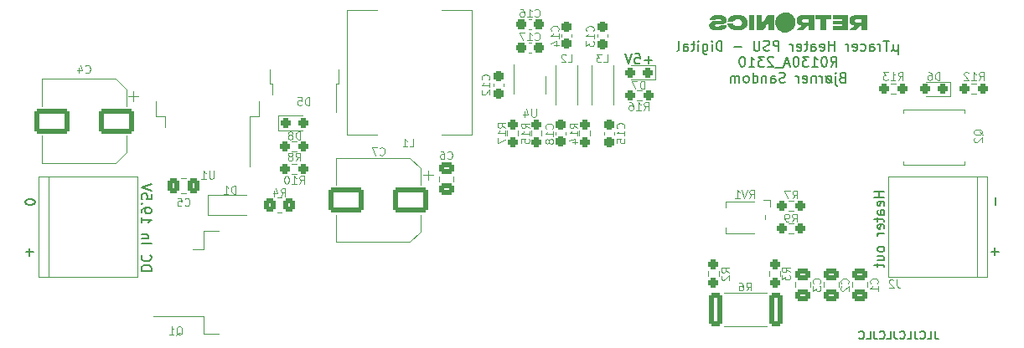
<source format=gbo>
G04 #@! TF.GenerationSoftware,KiCad,Pcbnew,(6.0.11)*
G04 #@! TF.CreationDate,2023-03-11T13:58:41+01:00*
G04 #@! TF.ProjectId,HeaterPSU_Digital,48656174-6572-4505-9355-5f4469676974,rev?*
G04 #@! TF.SameCoordinates,Original*
G04 #@! TF.FileFunction,Legend,Bot*
G04 #@! TF.FilePolarity,Positive*
%FSLAX46Y46*%
G04 Gerber Fmt 4.6, Leading zero omitted, Abs format (unit mm)*
G04 Created by KiCad (PCBNEW (6.0.11)) date 2023-03-11 13:58:41*
%MOMM*%
%LPD*%
G01*
G04 APERTURE LIST*
G04 Aperture macros list*
%AMRoundRect*
0 Rectangle with rounded corners*
0 $1 Rounding radius*
0 $2 $3 $4 $5 $6 $7 $8 $9 X,Y pos of 4 corners*
0 Add a 4 corners polygon primitive as box body*
4,1,4,$2,$3,$4,$5,$6,$7,$8,$9,$2,$3,0*
0 Add four circle primitives for the rounded corners*
1,1,$1+$1,$2,$3*
1,1,$1+$1,$4,$5*
1,1,$1+$1,$6,$7*
1,1,$1+$1,$8,$9*
0 Add four rect primitives between the rounded corners*
20,1,$1+$1,$2,$3,$4,$5,0*
20,1,$1+$1,$4,$5,$6,$7,0*
20,1,$1+$1,$6,$7,$8,$9,0*
20,1,$1+$1,$8,$9,$2,$3,0*%
G04 Aperture macros list end*
%ADD10C,0.150000*%
%ADD11C,0.100000*%
%ADD12C,0.120000*%
%ADD13C,3.200000*%
%ADD14R,2.000000X1.650000*%
%ADD15RoundRect,0.237500X-0.237500X0.250000X-0.237500X-0.250000X0.237500X-0.250000X0.237500X0.250000X0*%
%ADD16RoundRect,0.237500X-0.237500X0.300000X-0.237500X-0.300000X0.237500X-0.300000X0.237500X0.300000X0*%
%ADD17R,1.200000X0.600000*%
%ADD18R,4.000000X4.400000*%
%ADD19RoundRect,0.250000X1.500000X1.000000X-1.500000X1.000000X-1.500000X-1.000000X1.500000X-1.000000X0*%
%ADD20RoundRect,0.237500X0.250000X0.237500X-0.250000X0.237500X-0.250000X-0.237500X0.250000X-0.237500X0*%
%ADD21RoundRect,0.250000X0.350000X0.450000X-0.350000X0.450000X-0.350000X-0.450000X0.350000X-0.450000X0*%
%ADD22R,1.100000X4.600000*%
%ADD23R,10.800000X9.400000*%
%ADD24RoundRect,0.237500X-0.250000X-0.237500X0.250000X-0.237500X0.250000X0.237500X-0.250000X0.237500X0*%
%ADD25RoundRect,0.250000X0.475000X-0.337500X0.475000X0.337500X-0.475000X0.337500X-0.475000X-0.337500X0*%
%ADD26RoundRect,0.250000X-0.475000X0.337500X-0.475000X-0.337500X0.475000X-0.337500X0.475000X0.337500X0*%
%ADD27R,0.650000X1.560000*%
%ADD28RoundRect,0.237500X0.237500X-0.300000X0.237500X0.300000X-0.237500X0.300000X-0.237500X-0.300000X0*%
%ADD29R,4.600000X1.100000*%
%ADD30R,9.400000X10.800000*%
%ADD31R,0.900000X1.200000*%
%ADD32R,3.000000X3.000000*%
%ADD33C,3.000000*%
%ADD34RoundRect,0.237500X0.237500X-0.250000X0.237500X0.250000X-0.237500X0.250000X-0.237500X-0.250000X0*%
%ADD35R,5.400000X2.900000*%
%ADD36RoundRect,0.250000X-0.337500X-0.475000X0.337500X-0.475000X0.337500X0.475000X-0.337500X0.475000X0*%
%ADD37R,1.200000X1.200000*%
%ADD38R,1.500000X1.600000*%
%ADD39R,1.200000X2.200000*%
%ADD40R,5.800000X6.400000*%
%ADD41RoundRect,0.237500X-0.300000X-0.237500X0.300000X-0.237500X0.300000X0.237500X-0.300000X0.237500X0*%
%ADD42RoundRect,0.249999X-0.450001X-1.425001X0.450001X-1.425001X0.450001X1.425001X-0.450001X1.425001X0*%
%ADD43RoundRect,0.237500X0.287500X0.237500X-0.287500X0.237500X-0.287500X-0.237500X0.287500X-0.237500X0*%
%ADD44RoundRect,0.237500X-0.287500X-0.237500X0.287500X-0.237500X0.287500X0.237500X-0.287500X0.237500X0*%
G04 APERTURE END LIST*
D10*
X147745238Y-78511904D02*
X147745238Y-79083333D01*
X147783333Y-79197619D01*
X147859523Y-79273809D01*
X147973809Y-79311904D01*
X148050000Y-79311904D01*
X146983333Y-79311904D02*
X147364285Y-79311904D01*
X147364285Y-78511904D01*
X146259523Y-79235714D02*
X146297619Y-79273809D01*
X146411904Y-79311904D01*
X146488095Y-79311904D01*
X146602380Y-79273809D01*
X146678571Y-79197619D01*
X146716666Y-79121428D01*
X146754761Y-78969047D01*
X146754761Y-78854761D01*
X146716666Y-78702380D01*
X146678571Y-78626190D01*
X146602380Y-78550000D01*
X146488095Y-78511904D01*
X146411904Y-78511904D01*
X146297619Y-78550000D01*
X146259523Y-78588095D01*
X145688095Y-78511904D02*
X145688095Y-79083333D01*
X145726190Y-79197619D01*
X145802380Y-79273809D01*
X145916666Y-79311904D01*
X145992857Y-79311904D01*
X144926190Y-79311904D02*
X145307142Y-79311904D01*
X145307142Y-78511904D01*
X144202380Y-79235714D02*
X144240476Y-79273809D01*
X144354761Y-79311904D01*
X144430952Y-79311904D01*
X144545238Y-79273809D01*
X144621428Y-79197619D01*
X144659523Y-79121428D01*
X144697619Y-78969047D01*
X144697619Y-78854761D01*
X144659523Y-78702380D01*
X144621428Y-78626190D01*
X144545238Y-78550000D01*
X144430952Y-78511904D01*
X144354761Y-78511904D01*
X144240476Y-78550000D01*
X144202380Y-78588095D01*
X143630952Y-78511904D02*
X143630952Y-79083333D01*
X143669047Y-79197619D01*
X143745238Y-79273809D01*
X143859523Y-79311904D01*
X143935714Y-79311904D01*
X142869047Y-79311904D02*
X143250000Y-79311904D01*
X143250000Y-78511904D01*
X142145238Y-79235714D02*
X142183333Y-79273809D01*
X142297619Y-79311904D01*
X142373809Y-79311904D01*
X142488095Y-79273809D01*
X142564285Y-79197619D01*
X142602380Y-79121428D01*
X142640476Y-78969047D01*
X142640476Y-78854761D01*
X142602380Y-78702380D01*
X142564285Y-78626190D01*
X142488095Y-78550000D01*
X142373809Y-78511904D01*
X142297619Y-78511904D01*
X142183333Y-78550000D01*
X142145238Y-78588095D01*
X141573809Y-78511904D02*
X141573809Y-79083333D01*
X141611904Y-79197619D01*
X141688095Y-79273809D01*
X141802380Y-79311904D01*
X141878571Y-79311904D01*
X140811904Y-79311904D02*
X141192857Y-79311904D01*
X141192857Y-78511904D01*
X140088095Y-79235714D02*
X140126190Y-79273809D01*
X140240476Y-79311904D01*
X140316666Y-79311904D01*
X140430952Y-79273809D01*
X140507142Y-79197619D01*
X140545238Y-79121428D01*
X140583333Y-78969047D01*
X140583333Y-78854761D01*
X140545238Y-78702380D01*
X140507142Y-78626190D01*
X140430952Y-78550000D01*
X140316666Y-78511904D01*
X140240476Y-78511904D01*
X140126190Y-78550000D01*
X140088095Y-78588095D01*
X154180952Y-70471428D02*
X153419047Y-70471428D01*
X153800000Y-70852380D02*
X153800000Y-70090476D01*
X55802380Y-65402380D02*
X55802380Y-65497619D01*
X55850000Y-65592857D01*
X55897619Y-65640476D01*
X55992857Y-65688095D01*
X56183333Y-65735714D01*
X56421428Y-65735714D01*
X56611904Y-65688095D01*
X56707142Y-65640476D01*
X56754761Y-65592857D01*
X56802380Y-65497619D01*
X56802380Y-65402380D01*
X56754761Y-65307142D01*
X56707142Y-65259523D01*
X56611904Y-65211904D01*
X56421428Y-65164285D01*
X56183333Y-65164285D01*
X55992857Y-65211904D01*
X55897619Y-65259523D01*
X55850000Y-65307142D01*
X55802380Y-65402380D01*
X56630952Y-70521428D02*
X55869047Y-70521428D01*
X56250000Y-70902380D02*
X56250000Y-70140476D01*
X143999517Y-49475714D02*
X143999517Y-50475714D01*
X143523326Y-49999523D02*
X143475707Y-50094761D01*
X143380469Y-50142380D01*
X143999517Y-49999523D02*
X143951898Y-50094761D01*
X143856659Y-50142380D01*
X143666183Y-50142380D01*
X143570945Y-50094761D01*
X143523326Y-49999523D01*
X143523326Y-49475714D01*
X143094755Y-49142380D02*
X142523326Y-49142380D01*
X142809040Y-50142380D02*
X142809040Y-49142380D01*
X142189993Y-50142380D02*
X142189993Y-49475714D01*
X142189993Y-49666190D02*
X142142374Y-49570952D01*
X142094755Y-49523333D01*
X141999517Y-49475714D01*
X141904279Y-49475714D01*
X141142374Y-50142380D02*
X141142374Y-49618571D01*
X141189993Y-49523333D01*
X141285231Y-49475714D01*
X141475707Y-49475714D01*
X141570945Y-49523333D01*
X141142374Y-50094761D02*
X141237612Y-50142380D01*
X141475707Y-50142380D01*
X141570945Y-50094761D01*
X141618564Y-49999523D01*
X141618564Y-49904285D01*
X141570945Y-49809047D01*
X141475707Y-49761428D01*
X141237612Y-49761428D01*
X141142374Y-49713809D01*
X140237612Y-50094761D02*
X140332850Y-50142380D01*
X140523326Y-50142380D01*
X140618564Y-50094761D01*
X140666183Y-50047142D01*
X140713802Y-49951904D01*
X140713802Y-49666190D01*
X140666183Y-49570952D01*
X140618564Y-49523333D01*
X140523326Y-49475714D01*
X140332850Y-49475714D01*
X140237612Y-49523333D01*
X139428088Y-50094761D02*
X139523326Y-50142380D01*
X139713802Y-50142380D01*
X139809040Y-50094761D01*
X139856659Y-49999523D01*
X139856659Y-49618571D01*
X139809040Y-49523333D01*
X139713802Y-49475714D01*
X139523326Y-49475714D01*
X139428088Y-49523333D01*
X139380469Y-49618571D01*
X139380469Y-49713809D01*
X139856659Y-49809047D01*
X138951898Y-50142380D02*
X138951898Y-49475714D01*
X138951898Y-49666190D02*
X138904279Y-49570952D01*
X138856659Y-49523333D01*
X138761421Y-49475714D01*
X138666183Y-49475714D01*
X137570945Y-50142380D02*
X137570945Y-49142380D01*
X137570945Y-49618571D02*
X136999517Y-49618571D01*
X136999517Y-50142380D02*
X136999517Y-49142380D01*
X136142374Y-50094761D02*
X136237612Y-50142380D01*
X136428088Y-50142380D01*
X136523326Y-50094761D01*
X136570945Y-49999523D01*
X136570945Y-49618571D01*
X136523326Y-49523333D01*
X136428088Y-49475714D01*
X136237612Y-49475714D01*
X136142374Y-49523333D01*
X136094755Y-49618571D01*
X136094755Y-49713809D01*
X136570945Y-49809047D01*
X135237612Y-50142380D02*
X135237612Y-49618571D01*
X135285231Y-49523333D01*
X135380469Y-49475714D01*
X135570945Y-49475714D01*
X135666183Y-49523333D01*
X135237612Y-50094761D02*
X135332850Y-50142380D01*
X135570945Y-50142380D01*
X135666183Y-50094761D01*
X135713802Y-49999523D01*
X135713802Y-49904285D01*
X135666183Y-49809047D01*
X135570945Y-49761428D01*
X135332850Y-49761428D01*
X135237612Y-49713809D01*
X134904279Y-49475714D02*
X134523326Y-49475714D01*
X134761421Y-49142380D02*
X134761421Y-49999523D01*
X134713802Y-50094761D01*
X134618564Y-50142380D01*
X134523326Y-50142380D01*
X133809040Y-50094761D02*
X133904279Y-50142380D01*
X134094755Y-50142380D01*
X134189993Y-50094761D01*
X134237612Y-49999523D01*
X134237612Y-49618571D01*
X134189993Y-49523333D01*
X134094755Y-49475714D01*
X133904279Y-49475714D01*
X133809040Y-49523333D01*
X133761421Y-49618571D01*
X133761421Y-49713809D01*
X134237612Y-49809047D01*
X133332850Y-50142380D02*
X133332850Y-49475714D01*
X133332850Y-49666190D02*
X133285231Y-49570952D01*
X133237612Y-49523333D01*
X133142374Y-49475714D01*
X133047136Y-49475714D01*
X131951898Y-50142380D02*
X131951898Y-49142380D01*
X131570945Y-49142380D01*
X131475707Y-49190000D01*
X131428088Y-49237619D01*
X131380469Y-49332857D01*
X131380469Y-49475714D01*
X131428088Y-49570952D01*
X131475707Y-49618571D01*
X131570945Y-49666190D01*
X131951898Y-49666190D01*
X130999517Y-50094761D02*
X130856659Y-50142380D01*
X130618564Y-50142380D01*
X130523326Y-50094761D01*
X130475707Y-50047142D01*
X130428088Y-49951904D01*
X130428088Y-49856666D01*
X130475707Y-49761428D01*
X130523326Y-49713809D01*
X130618564Y-49666190D01*
X130809040Y-49618571D01*
X130904279Y-49570952D01*
X130951898Y-49523333D01*
X130999517Y-49428095D01*
X130999517Y-49332857D01*
X130951898Y-49237619D01*
X130904279Y-49190000D01*
X130809040Y-49142380D01*
X130570945Y-49142380D01*
X130428088Y-49190000D01*
X129999517Y-49142380D02*
X129999517Y-49951904D01*
X129951898Y-50047142D01*
X129904279Y-50094761D01*
X129809040Y-50142380D01*
X129618564Y-50142380D01*
X129523326Y-50094761D01*
X129475707Y-50047142D01*
X129428088Y-49951904D01*
X129428088Y-49142380D01*
X128189993Y-49761428D02*
X127428088Y-49761428D01*
X126189993Y-50142380D02*
X126189993Y-49142380D01*
X125951898Y-49142380D01*
X125809040Y-49190000D01*
X125713802Y-49285238D01*
X125666183Y-49380476D01*
X125618564Y-49570952D01*
X125618564Y-49713809D01*
X125666183Y-49904285D01*
X125713802Y-49999523D01*
X125809040Y-50094761D01*
X125951898Y-50142380D01*
X126189993Y-50142380D01*
X125189993Y-50142380D02*
X125189993Y-49475714D01*
X125189993Y-49142380D02*
X125237612Y-49190000D01*
X125189993Y-49237619D01*
X125142374Y-49190000D01*
X125189993Y-49142380D01*
X125189993Y-49237619D01*
X124285231Y-49475714D02*
X124285231Y-50285238D01*
X124332850Y-50380476D01*
X124380469Y-50428095D01*
X124475707Y-50475714D01*
X124618564Y-50475714D01*
X124713802Y-50428095D01*
X124285231Y-50094761D02*
X124380469Y-50142380D01*
X124570945Y-50142380D01*
X124666183Y-50094761D01*
X124713802Y-50047142D01*
X124761421Y-49951904D01*
X124761421Y-49666190D01*
X124713802Y-49570952D01*
X124666183Y-49523333D01*
X124570945Y-49475714D01*
X124380469Y-49475714D01*
X124285231Y-49523333D01*
X123809040Y-50142380D02*
X123809040Y-49475714D01*
X123809040Y-49142380D02*
X123856659Y-49190000D01*
X123809040Y-49237619D01*
X123761421Y-49190000D01*
X123809040Y-49142380D01*
X123809040Y-49237619D01*
X123475707Y-49475714D02*
X123094755Y-49475714D01*
X123332850Y-49142380D02*
X123332850Y-49999523D01*
X123285231Y-50094761D01*
X123189993Y-50142380D01*
X123094755Y-50142380D01*
X122332850Y-50142380D02*
X122332850Y-49618571D01*
X122380469Y-49523333D01*
X122475707Y-49475714D01*
X122666183Y-49475714D01*
X122761421Y-49523333D01*
X122332850Y-50094761D02*
X122428088Y-50142380D01*
X122666183Y-50142380D01*
X122761421Y-50094761D01*
X122809040Y-49999523D01*
X122809040Y-49904285D01*
X122761421Y-49809047D01*
X122666183Y-49761428D01*
X122428088Y-49761428D01*
X122332850Y-49713809D01*
X121713802Y-50142380D02*
X121809040Y-50094761D01*
X121856659Y-49999523D01*
X121856659Y-49142380D01*
X137213802Y-51752380D02*
X137547136Y-51276190D01*
X137785231Y-51752380D02*
X137785231Y-50752380D01*
X137404279Y-50752380D01*
X137309040Y-50800000D01*
X137261421Y-50847619D01*
X137213802Y-50942857D01*
X137213802Y-51085714D01*
X137261421Y-51180952D01*
X137309040Y-51228571D01*
X137404279Y-51276190D01*
X137785231Y-51276190D01*
X136594755Y-50752380D02*
X136499517Y-50752380D01*
X136404279Y-50800000D01*
X136356659Y-50847619D01*
X136309040Y-50942857D01*
X136261421Y-51133333D01*
X136261421Y-51371428D01*
X136309040Y-51561904D01*
X136356659Y-51657142D01*
X136404279Y-51704761D01*
X136499517Y-51752380D01*
X136594755Y-51752380D01*
X136689993Y-51704761D01*
X136737612Y-51657142D01*
X136785231Y-51561904D01*
X136832850Y-51371428D01*
X136832850Y-51133333D01*
X136785231Y-50942857D01*
X136737612Y-50847619D01*
X136689993Y-50800000D01*
X136594755Y-50752380D01*
X135309040Y-51752380D02*
X135880469Y-51752380D01*
X135594755Y-51752380D02*
X135594755Y-50752380D01*
X135689993Y-50895238D01*
X135785231Y-50990476D01*
X135880469Y-51038095D01*
X134975707Y-50752380D02*
X134356659Y-50752380D01*
X134689993Y-51133333D01*
X134547136Y-51133333D01*
X134451898Y-51180952D01*
X134404279Y-51228571D01*
X134356659Y-51323809D01*
X134356659Y-51561904D01*
X134404279Y-51657142D01*
X134451898Y-51704761D01*
X134547136Y-51752380D01*
X134832850Y-51752380D01*
X134928088Y-51704761D01*
X134975707Y-51657142D01*
X133737612Y-50752380D02*
X133642374Y-50752380D01*
X133547136Y-50800000D01*
X133499517Y-50847619D01*
X133451898Y-50942857D01*
X133404279Y-51133333D01*
X133404279Y-51371428D01*
X133451898Y-51561904D01*
X133499517Y-51657142D01*
X133547136Y-51704761D01*
X133642374Y-51752380D01*
X133737612Y-51752380D01*
X133832850Y-51704761D01*
X133880469Y-51657142D01*
X133928088Y-51561904D01*
X133975707Y-51371428D01*
X133975707Y-51133333D01*
X133928088Y-50942857D01*
X133880469Y-50847619D01*
X133832850Y-50800000D01*
X133737612Y-50752380D01*
X133023326Y-51466666D02*
X132547136Y-51466666D01*
X133118564Y-51752380D02*
X132785231Y-50752380D01*
X132451898Y-51752380D01*
X132356659Y-51847619D02*
X131594755Y-51847619D01*
X131404279Y-50847619D02*
X131356659Y-50800000D01*
X131261421Y-50752380D01*
X131023326Y-50752380D01*
X130928088Y-50800000D01*
X130880469Y-50847619D01*
X130832850Y-50942857D01*
X130832850Y-51038095D01*
X130880469Y-51180952D01*
X131451898Y-51752380D01*
X130832850Y-51752380D01*
X130499517Y-50752380D02*
X129880469Y-50752380D01*
X130213802Y-51133333D01*
X130070945Y-51133333D01*
X129975707Y-51180952D01*
X129928088Y-51228571D01*
X129880469Y-51323809D01*
X129880469Y-51561904D01*
X129928088Y-51657142D01*
X129975707Y-51704761D01*
X130070945Y-51752380D01*
X130356659Y-51752380D01*
X130451898Y-51704761D01*
X130499517Y-51657142D01*
X128928088Y-51752380D02*
X129499517Y-51752380D01*
X129213802Y-51752380D02*
X129213802Y-50752380D01*
X129309040Y-50895238D01*
X129404279Y-50990476D01*
X129499517Y-51038095D01*
X128309040Y-50752380D02*
X128213802Y-50752380D01*
X128118564Y-50800000D01*
X128070945Y-50847619D01*
X128023326Y-50942857D01*
X127975707Y-51133333D01*
X127975707Y-51371428D01*
X128023326Y-51561904D01*
X128070945Y-51657142D01*
X128118564Y-51704761D01*
X128213802Y-51752380D01*
X128309040Y-51752380D01*
X128404279Y-51704761D01*
X128451898Y-51657142D01*
X128499517Y-51561904D01*
X128547136Y-51371428D01*
X128547136Y-51133333D01*
X128499517Y-50942857D01*
X128451898Y-50847619D01*
X128404279Y-50800000D01*
X128309040Y-50752380D01*
X138356659Y-52838571D02*
X138213802Y-52886190D01*
X138166183Y-52933809D01*
X138118564Y-53029047D01*
X138118564Y-53171904D01*
X138166183Y-53267142D01*
X138213802Y-53314761D01*
X138309040Y-53362380D01*
X138689993Y-53362380D01*
X138689993Y-52362380D01*
X138356659Y-52362380D01*
X138261421Y-52410000D01*
X138213802Y-52457619D01*
X138166183Y-52552857D01*
X138166183Y-52648095D01*
X138213802Y-52743333D01*
X138261421Y-52790952D01*
X138356659Y-52838571D01*
X138689993Y-52838571D01*
X137689993Y-52695714D02*
X137689993Y-53552857D01*
X137737612Y-53648095D01*
X137832850Y-53695714D01*
X137880469Y-53695714D01*
X137689993Y-52362380D02*
X137737612Y-52410000D01*
X137689993Y-52457619D01*
X137642374Y-52410000D01*
X137689993Y-52362380D01*
X137689993Y-52457619D01*
X136689993Y-52695714D02*
X137309040Y-53362380D01*
X137070945Y-53362380D02*
X137166183Y-53314761D01*
X137213802Y-53267142D01*
X137261421Y-53171904D01*
X137261421Y-52886190D01*
X137213802Y-52790952D01*
X137166183Y-52743333D01*
X137070945Y-52695714D01*
X136928088Y-52695714D01*
X136832850Y-52743333D01*
X136785231Y-52790952D01*
X136737612Y-52886190D01*
X136737612Y-53171904D01*
X136785231Y-53267142D01*
X136832850Y-53314761D01*
X136928088Y-53362380D01*
X137070945Y-53362380D01*
X136309040Y-53362380D02*
X136309040Y-52695714D01*
X136309040Y-52886190D02*
X136261421Y-52790952D01*
X136213802Y-52743333D01*
X136118564Y-52695714D01*
X136023326Y-52695714D01*
X135689993Y-52695714D02*
X135689993Y-53362380D01*
X135689993Y-52790952D02*
X135642374Y-52743333D01*
X135547136Y-52695714D01*
X135404279Y-52695714D01*
X135309040Y-52743333D01*
X135261421Y-52838571D01*
X135261421Y-53362380D01*
X134404279Y-53314761D02*
X134499517Y-53362380D01*
X134689993Y-53362380D01*
X134785231Y-53314761D01*
X134832850Y-53219523D01*
X134832850Y-52838571D01*
X134785231Y-52743333D01*
X134689993Y-52695714D01*
X134499517Y-52695714D01*
X134404279Y-52743333D01*
X134356659Y-52838571D01*
X134356659Y-52933809D01*
X134832850Y-53029047D01*
X133928088Y-53362380D02*
X133928088Y-52695714D01*
X133928088Y-52886190D02*
X133880469Y-52790952D01*
X133832850Y-52743333D01*
X133737612Y-52695714D01*
X133642374Y-52695714D01*
X132594755Y-53314761D02*
X132451898Y-53362380D01*
X132213802Y-53362380D01*
X132118564Y-53314761D01*
X132070945Y-53267142D01*
X132023326Y-53171904D01*
X132023326Y-53076666D01*
X132070945Y-52981428D01*
X132118564Y-52933809D01*
X132213802Y-52886190D01*
X132404279Y-52838571D01*
X132499517Y-52790952D01*
X132547136Y-52743333D01*
X132594755Y-52648095D01*
X132594755Y-52552857D01*
X132547136Y-52457619D01*
X132499517Y-52410000D01*
X132404279Y-52362380D01*
X132166183Y-52362380D01*
X132023326Y-52410000D01*
X131166183Y-53362380D02*
X131166183Y-52838571D01*
X131213802Y-52743333D01*
X131309040Y-52695714D01*
X131499517Y-52695714D01*
X131594755Y-52743333D01*
X131166183Y-53314761D02*
X131261421Y-53362380D01*
X131499517Y-53362380D01*
X131594755Y-53314761D01*
X131642374Y-53219523D01*
X131642374Y-53124285D01*
X131594755Y-53029047D01*
X131499517Y-52981428D01*
X131261421Y-52981428D01*
X131166183Y-52933809D01*
X130689993Y-52695714D02*
X130689993Y-53362380D01*
X130689993Y-52790952D02*
X130642374Y-52743333D01*
X130547136Y-52695714D01*
X130404279Y-52695714D01*
X130309040Y-52743333D01*
X130261421Y-52838571D01*
X130261421Y-53362380D01*
X129356659Y-53362380D02*
X129356659Y-52362380D01*
X129356659Y-53314761D02*
X129451898Y-53362380D01*
X129642374Y-53362380D01*
X129737612Y-53314761D01*
X129785231Y-53267142D01*
X129832850Y-53171904D01*
X129832850Y-52886190D01*
X129785231Y-52790952D01*
X129737612Y-52743333D01*
X129642374Y-52695714D01*
X129451898Y-52695714D01*
X129356659Y-52743333D01*
X128737612Y-53362380D02*
X128832850Y-53314761D01*
X128880469Y-53267142D01*
X128928088Y-53171904D01*
X128928088Y-52886190D01*
X128880469Y-52790952D01*
X128832850Y-52743333D01*
X128737612Y-52695714D01*
X128594755Y-52695714D01*
X128499517Y-52743333D01*
X128451898Y-52790952D01*
X128404279Y-52886190D01*
X128404279Y-53171904D01*
X128451898Y-53267142D01*
X128499517Y-53314761D01*
X128594755Y-53362380D01*
X128737612Y-53362380D01*
X127975707Y-53362380D02*
X127975707Y-52695714D01*
X127975707Y-52790952D02*
X127928088Y-52743333D01*
X127832850Y-52695714D01*
X127689993Y-52695714D01*
X127594755Y-52743333D01*
X127547136Y-52838571D01*
X127547136Y-53362380D01*
X127547136Y-52838571D02*
X127499517Y-52743333D01*
X127404279Y-52695714D01*
X127261421Y-52695714D01*
X127166183Y-52743333D01*
X127118564Y-52838571D01*
X127118564Y-53362380D01*
X142602380Y-64388095D02*
X141602380Y-64388095D01*
X142078571Y-64388095D02*
X142078571Y-64959523D01*
X142602380Y-64959523D02*
X141602380Y-64959523D01*
X142554761Y-65816666D02*
X142602380Y-65721428D01*
X142602380Y-65530952D01*
X142554761Y-65435714D01*
X142459523Y-65388095D01*
X142078571Y-65388095D01*
X141983333Y-65435714D01*
X141935714Y-65530952D01*
X141935714Y-65721428D01*
X141983333Y-65816666D01*
X142078571Y-65864285D01*
X142173809Y-65864285D01*
X142269047Y-65388095D01*
X142602380Y-66721428D02*
X142078571Y-66721428D01*
X141983333Y-66673809D01*
X141935714Y-66578571D01*
X141935714Y-66388095D01*
X141983333Y-66292857D01*
X142554761Y-66721428D02*
X142602380Y-66626190D01*
X142602380Y-66388095D01*
X142554761Y-66292857D01*
X142459523Y-66245238D01*
X142364285Y-66245238D01*
X142269047Y-66292857D01*
X142221428Y-66388095D01*
X142221428Y-66626190D01*
X142173809Y-66721428D01*
X141935714Y-67054761D02*
X141935714Y-67435714D01*
X141602380Y-67197619D02*
X142459523Y-67197619D01*
X142554761Y-67245238D01*
X142602380Y-67340476D01*
X142602380Y-67435714D01*
X142554761Y-68150000D02*
X142602380Y-68054761D01*
X142602380Y-67864285D01*
X142554761Y-67769047D01*
X142459523Y-67721428D01*
X142078571Y-67721428D01*
X141983333Y-67769047D01*
X141935714Y-67864285D01*
X141935714Y-68054761D01*
X141983333Y-68150000D01*
X142078571Y-68197619D01*
X142173809Y-68197619D01*
X142269047Y-67721428D01*
X142602380Y-68626190D02*
X141935714Y-68626190D01*
X142126190Y-68626190D02*
X142030952Y-68673809D01*
X141983333Y-68721428D01*
X141935714Y-68816666D01*
X141935714Y-68911904D01*
X142602380Y-70150000D02*
X142554761Y-70054761D01*
X142507142Y-70007142D01*
X142411904Y-69959523D01*
X142126190Y-69959523D01*
X142030952Y-70007142D01*
X141983333Y-70054761D01*
X141935714Y-70150000D01*
X141935714Y-70292857D01*
X141983333Y-70388095D01*
X142030952Y-70435714D01*
X142126190Y-70483333D01*
X142411904Y-70483333D01*
X142507142Y-70435714D01*
X142554761Y-70388095D01*
X142602380Y-70292857D01*
X142602380Y-70150000D01*
X141935714Y-71340476D02*
X142602380Y-71340476D01*
X141935714Y-70911904D02*
X142459523Y-70911904D01*
X142554761Y-70959523D01*
X142602380Y-71054761D01*
X142602380Y-71197619D01*
X142554761Y-71292857D01*
X142507142Y-71340476D01*
X141935714Y-71673809D02*
X141935714Y-72054761D01*
X141602380Y-71816666D02*
X142459523Y-71816666D01*
X142554761Y-71864285D01*
X142602380Y-71959523D01*
X142602380Y-72054761D01*
X153871428Y-65019047D02*
X153871428Y-65780952D01*
X119135714Y-51071428D02*
X118373809Y-51071428D01*
X118754761Y-51452380D02*
X118754761Y-50690476D01*
X117421428Y-50452380D02*
X117897619Y-50452380D01*
X117945238Y-50928571D01*
X117897619Y-50880952D01*
X117802380Y-50833333D01*
X117564285Y-50833333D01*
X117469047Y-50880952D01*
X117421428Y-50928571D01*
X117373809Y-51023809D01*
X117373809Y-51261904D01*
X117421428Y-51357142D01*
X117469047Y-51404761D01*
X117564285Y-51452380D01*
X117802380Y-51452380D01*
X117897619Y-51404761D01*
X117945238Y-51357142D01*
X117088095Y-50452380D02*
X116754761Y-51452380D01*
X116421428Y-50452380D01*
X67547619Y-72409523D02*
X68547619Y-72409523D01*
X68547619Y-72171428D01*
X68500000Y-72028571D01*
X68404761Y-71933333D01*
X68309523Y-71885714D01*
X68119047Y-71838095D01*
X67976190Y-71838095D01*
X67785714Y-71885714D01*
X67690476Y-71933333D01*
X67595238Y-72028571D01*
X67547619Y-72171428D01*
X67547619Y-72409523D01*
X67642857Y-70838095D02*
X67595238Y-70885714D01*
X67547619Y-71028571D01*
X67547619Y-71123809D01*
X67595238Y-71266666D01*
X67690476Y-71361904D01*
X67785714Y-71409523D01*
X67976190Y-71457142D01*
X68119047Y-71457142D01*
X68309523Y-71409523D01*
X68404761Y-71361904D01*
X68500000Y-71266666D01*
X68547619Y-71123809D01*
X68547619Y-71028571D01*
X68500000Y-70885714D01*
X68452380Y-70838095D01*
X67547619Y-69647619D02*
X68547619Y-69647619D01*
X68214285Y-69171428D02*
X67547619Y-69171428D01*
X68119047Y-69171428D02*
X68166666Y-69123809D01*
X68214285Y-69028571D01*
X68214285Y-68885714D01*
X68166666Y-68790476D01*
X68071428Y-68742857D01*
X67547619Y-68742857D01*
X67547619Y-66980952D02*
X67547619Y-67552380D01*
X67547619Y-67266666D02*
X68547619Y-67266666D01*
X68404761Y-67361904D01*
X68309523Y-67457142D01*
X68261904Y-67552380D01*
X67547619Y-66504761D02*
X67547619Y-66314285D01*
X67595238Y-66219047D01*
X67642857Y-66171428D01*
X67785714Y-66076190D01*
X67976190Y-66028571D01*
X68357142Y-66028571D01*
X68452380Y-66076190D01*
X68500000Y-66123809D01*
X68547619Y-66219047D01*
X68547619Y-66409523D01*
X68500000Y-66504761D01*
X68452380Y-66552380D01*
X68357142Y-66600000D01*
X68119047Y-66600000D01*
X68023809Y-66552380D01*
X67976190Y-66504761D01*
X67928571Y-66409523D01*
X67928571Y-66219047D01*
X67976190Y-66123809D01*
X68023809Y-66076190D01*
X68119047Y-66028571D01*
X67642857Y-65600000D02*
X67595238Y-65552380D01*
X67547619Y-65600000D01*
X67595238Y-65647619D01*
X67642857Y-65600000D01*
X67547619Y-65600000D01*
X68547619Y-64647619D02*
X68547619Y-65123809D01*
X68071428Y-65171428D01*
X68119047Y-65123809D01*
X68166666Y-65028571D01*
X68166666Y-64790476D01*
X68119047Y-64695238D01*
X68071428Y-64647619D01*
X67976190Y-64600000D01*
X67738095Y-64600000D01*
X67642857Y-64647619D01*
X67595238Y-64695238D01*
X67547619Y-64790476D01*
X67547619Y-65028571D01*
X67595238Y-65123809D01*
X67642857Y-65171428D01*
X68547619Y-64314285D02*
X67547619Y-63980952D01*
X68547619Y-63647619D01*
D11*
X114233333Y-51301904D02*
X114614285Y-51301904D01*
X114614285Y-50501904D01*
X114042857Y-50501904D02*
X113547619Y-50501904D01*
X113814285Y-50806666D01*
X113700000Y-50806666D01*
X113623809Y-50844761D01*
X113585714Y-50882857D01*
X113547619Y-50959047D01*
X113547619Y-51149523D01*
X113585714Y-51225714D01*
X113623809Y-51263809D01*
X113700000Y-51301904D01*
X113928571Y-51301904D01*
X114004761Y-51263809D01*
X114042857Y-51225714D01*
X133091904Y-72556666D02*
X132710952Y-72290000D01*
X133091904Y-72099523D02*
X132291904Y-72099523D01*
X132291904Y-72404285D01*
X132330000Y-72480476D01*
X132368095Y-72518571D01*
X132444285Y-72556666D01*
X132558571Y-72556666D01*
X132634761Y-72518571D01*
X132672857Y-72480476D01*
X132710952Y-72404285D01*
X132710952Y-72099523D01*
X132291904Y-72823333D02*
X132291904Y-73318571D01*
X132596666Y-73051904D01*
X132596666Y-73166190D01*
X132634761Y-73242380D01*
X132672857Y-73280476D01*
X132749047Y-73318571D01*
X132939523Y-73318571D01*
X133015714Y-73280476D01*
X133053809Y-73242380D01*
X133091904Y-73166190D01*
X133091904Y-72937619D01*
X133053809Y-72861428D01*
X133015714Y-72823333D01*
X126931904Y-72576666D02*
X126550952Y-72310000D01*
X126931904Y-72119523D02*
X126131904Y-72119523D01*
X126131904Y-72424285D01*
X126170000Y-72500476D01*
X126208095Y-72538571D01*
X126284285Y-72576666D01*
X126398571Y-72576666D01*
X126474761Y-72538571D01*
X126512857Y-72500476D01*
X126550952Y-72424285D01*
X126550952Y-72119523D01*
X126208095Y-72881428D02*
X126170000Y-72919523D01*
X126131904Y-72995714D01*
X126131904Y-73186190D01*
X126170000Y-73262380D01*
X126208095Y-73300476D01*
X126284285Y-73338571D01*
X126360476Y-73338571D01*
X126474761Y-73300476D01*
X126931904Y-72843333D01*
X126931904Y-73338571D01*
X102635714Y-53075714D02*
X102673809Y-53037619D01*
X102711904Y-52923333D01*
X102711904Y-52847142D01*
X102673809Y-52732857D01*
X102597619Y-52656666D01*
X102521428Y-52618571D01*
X102369047Y-52580476D01*
X102254761Y-52580476D01*
X102102380Y-52618571D01*
X102026190Y-52656666D01*
X101950000Y-52732857D01*
X101911904Y-52847142D01*
X101911904Y-52923333D01*
X101950000Y-53037619D01*
X101988095Y-53075714D01*
X102711904Y-53837619D02*
X102711904Y-53380476D01*
X102711904Y-53609047D02*
X101911904Y-53609047D01*
X102026190Y-53532857D01*
X102102380Y-53456666D01*
X102140476Y-53380476D01*
X101988095Y-54142380D02*
X101950000Y-54180476D01*
X101911904Y-54256666D01*
X101911904Y-54447142D01*
X101950000Y-54523333D01*
X101988095Y-54561428D01*
X102064285Y-54599523D01*
X102140476Y-54599523D01*
X102254761Y-54561428D01*
X102711904Y-54104285D01*
X102711904Y-54599523D01*
X152538095Y-58673809D02*
X152500000Y-58597619D01*
X152423809Y-58521428D01*
X152309523Y-58407142D01*
X152271428Y-58330952D01*
X152271428Y-58254761D01*
X152461904Y-58292857D02*
X152423809Y-58216666D01*
X152347619Y-58140476D01*
X152195238Y-58102380D01*
X151928571Y-58102380D01*
X151776190Y-58140476D01*
X151700000Y-58216666D01*
X151661904Y-58292857D01*
X151661904Y-58445238D01*
X151700000Y-58521428D01*
X151776190Y-58597619D01*
X151928571Y-58635714D01*
X152195238Y-58635714D01*
X152347619Y-58597619D01*
X152423809Y-58521428D01*
X152461904Y-58445238D01*
X152461904Y-58292857D01*
X151738095Y-58940476D02*
X151700000Y-58978571D01*
X151661904Y-59054761D01*
X151661904Y-59245238D01*
X151700000Y-59321428D01*
X151738095Y-59359523D01*
X151814285Y-59397619D01*
X151890476Y-59397619D01*
X152004761Y-59359523D01*
X152461904Y-58902380D01*
X152461904Y-59397619D01*
X110643333Y-51291904D02*
X111024285Y-51291904D01*
X111024285Y-50491904D01*
X110414761Y-50568095D02*
X110376666Y-50530000D01*
X110300476Y-50491904D01*
X110110000Y-50491904D01*
X110033809Y-50530000D01*
X109995714Y-50568095D01*
X109957619Y-50644285D01*
X109957619Y-50720476D01*
X109995714Y-50834761D01*
X110452857Y-51291904D01*
X109957619Y-51291904D01*
X91640833Y-60635714D02*
X91678928Y-60673809D01*
X91793214Y-60711904D01*
X91869404Y-60711904D01*
X91983690Y-60673809D01*
X92059880Y-60597619D01*
X92097976Y-60521428D01*
X92136071Y-60369047D01*
X92136071Y-60254761D01*
X92097976Y-60102380D01*
X92059880Y-60026190D01*
X91983690Y-59950000D01*
X91869404Y-59911904D01*
X91793214Y-59911904D01*
X91678928Y-59950000D01*
X91640833Y-59988095D01*
X91374166Y-59911904D02*
X90840833Y-59911904D01*
X91183690Y-60711904D01*
X144014285Y-53111904D02*
X144280952Y-52730952D01*
X144471428Y-53111904D02*
X144471428Y-52311904D01*
X144166666Y-52311904D01*
X144090476Y-52350000D01*
X144052380Y-52388095D01*
X144014285Y-52464285D01*
X144014285Y-52578571D01*
X144052380Y-52654761D01*
X144090476Y-52692857D01*
X144166666Y-52730952D01*
X144471428Y-52730952D01*
X143252380Y-53111904D02*
X143709523Y-53111904D01*
X143480952Y-53111904D02*
X143480952Y-52311904D01*
X143557142Y-52426190D01*
X143633333Y-52502380D01*
X143709523Y-52540476D01*
X142985714Y-52311904D02*
X142490476Y-52311904D01*
X142757142Y-52616666D01*
X142642857Y-52616666D01*
X142566666Y-52654761D01*
X142528571Y-52692857D01*
X142490476Y-52769047D01*
X142490476Y-52959523D01*
X142528571Y-53035714D01*
X142566666Y-53073809D01*
X142642857Y-53111904D01*
X142871428Y-53111904D01*
X142947619Y-53073809D01*
X142985714Y-53035714D01*
X81633333Y-64861904D02*
X81900000Y-64480952D01*
X82090476Y-64861904D02*
X82090476Y-64061904D01*
X81785714Y-64061904D01*
X81709523Y-64100000D01*
X81671428Y-64138095D01*
X81633333Y-64214285D01*
X81633333Y-64328571D01*
X81671428Y-64404761D01*
X81709523Y-64442857D01*
X81785714Y-64480952D01*
X82090476Y-64480952D01*
X80947619Y-64328571D02*
X80947619Y-64861904D01*
X81138095Y-64023809D02*
X81328571Y-64595238D01*
X80833333Y-64595238D01*
X74859523Y-62311904D02*
X74859523Y-62959523D01*
X74821428Y-63035714D01*
X74783333Y-63073809D01*
X74707142Y-63111904D01*
X74554761Y-63111904D01*
X74478571Y-63073809D01*
X74440476Y-63035714D01*
X74402380Y-62959523D01*
X74402380Y-62311904D01*
X73602380Y-63111904D02*
X74059523Y-63111904D01*
X73830952Y-63111904D02*
X73830952Y-62311904D01*
X73907142Y-62426190D01*
X73983333Y-62502380D01*
X74059523Y-62540476D01*
X109645714Y-48115714D02*
X109683809Y-48077619D01*
X109721904Y-47963333D01*
X109721904Y-47887142D01*
X109683809Y-47772857D01*
X109607619Y-47696666D01*
X109531428Y-47658571D01*
X109379047Y-47620476D01*
X109264761Y-47620476D01*
X109112380Y-47658571D01*
X109036190Y-47696666D01*
X108960000Y-47772857D01*
X108921904Y-47887142D01*
X108921904Y-47963333D01*
X108960000Y-48077619D01*
X108998095Y-48115714D01*
X109721904Y-48877619D02*
X109721904Y-48420476D01*
X109721904Y-48649047D02*
X108921904Y-48649047D01*
X109036190Y-48572857D01*
X109112380Y-48496666D01*
X109150476Y-48420476D01*
X109188571Y-49563333D02*
X109721904Y-49563333D01*
X108883809Y-49372857D02*
X109455238Y-49182380D01*
X109455238Y-49677619D01*
X83514285Y-63611904D02*
X83780952Y-63230952D01*
X83971428Y-63611904D02*
X83971428Y-62811904D01*
X83666666Y-62811904D01*
X83590476Y-62850000D01*
X83552380Y-62888095D01*
X83514285Y-62964285D01*
X83514285Y-63078571D01*
X83552380Y-63154761D01*
X83590476Y-63192857D01*
X83666666Y-63230952D01*
X83971428Y-63230952D01*
X82752380Y-63611904D02*
X83209523Y-63611904D01*
X82980952Y-63611904D02*
X82980952Y-62811904D01*
X83057142Y-62926190D01*
X83133333Y-63002380D01*
X83209523Y-63040476D01*
X82257142Y-62811904D02*
X82180952Y-62811904D01*
X82104761Y-62850000D01*
X82066666Y-62888095D01*
X82028571Y-62964285D01*
X81990476Y-63116666D01*
X81990476Y-63307142D01*
X82028571Y-63459523D01*
X82066666Y-63535714D01*
X82104761Y-63573809D01*
X82180952Y-63611904D01*
X82257142Y-63611904D01*
X82333333Y-63573809D01*
X82371428Y-63535714D01*
X82409523Y-63459523D01*
X82447619Y-63307142D01*
X82447619Y-63116666D01*
X82409523Y-62964285D01*
X82371428Y-62888095D01*
X82333333Y-62850000D01*
X82257142Y-62811904D01*
X141905714Y-73686666D02*
X141943809Y-73648571D01*
X141981904Y-73534285D01*
X141981904Y-73458095D01*
X141943809Y-73343809D01*
X141867619Y-73267619D01*
X141791428Y-73229523D01*
X141639047Y-73191428D01*
X141524761Y-73191428D01*
X141372380Y-73229523D01*
X141296190Y-73267619D01*
X141220000Y-73343809D01*
X141181904Y-73458095D01*
X141181904Y-73534285D01*
X141220000Y-73648571D01*
X141258095Y-73686666D01*
X141981904Y-74448571D02*
X141981904Y-73991428D01*
X141981904Y-74220000D02*
X141181904Y-74220000D01*
X141296190Y-74143809D01*
X141372380Y-74067619D01*
X141410476Y-73991428D01*
X113205714Y-48135714D02*
X113243809Y-48097619D01*
X113281904Y-47983333D01*
X113281904Y-47907142D01*
X113243809Y-47792857D01*
X113167619Y-47716666D01*
X113091428Y-47678571D01*
X112939047Y-47640476D01*
X112824761Y-47640476D01*
X112672380Y-47678571D01*
X112596190Y-47716666D01*
X112520000Y-47792857D01*
X112481904Y-47907142D01*
X112481904Y-47983333D01*
X112520000Y-48097619D01*
X112558095Y-48135714D01*
X113281904Y-48897619D02*
X113281904Y-48440476D01*
X113281904Y-48669047D02*
X112481904Y-48669047D01*
X112596190Y-48592857D01*
X112672380Y-48516666D01*
X112710476Y-48440476D01*
X112481904Y-49164285D02*
X112481904Y-49659523D01*
X112786666Y-49392857D01*
X112786666Y-49507142D01*
X112824761Y-49583333D01*
X112862857Y-49621428D01*
X112939047Y-49659523D01*
X113129523Y-49659523D01*
X113205714Y-49621428D01*
X113243809Y-49583333D01*
X113281904Y-49507142D01*
X113281904Y-49278571D01*
X113243809Y-49202380D01*
X113205714Y-49164285D01*
X98483333Y-61035714D02*
X98521428Y-61073809D01*
X98635714Y-61111904D01*
X98711904Y-61111904D01*
X98826190Y-61073809D01*
X98902380Y-60997619D01*
X98940476Y-60921428D01*
X98978571Y-60769047D01*
X98978571Y-60654761D01*
X98940476Y-60502380D01*
X98902380Y-60426190D01*
X98826190Y-60350000D01*
X98711904Y-60311904D01*
X98635714Y-60311904D01*
X98521428Y-60350000D01*
X98483333Y-60388095D01*
X97797619Y-60311904D02*
X97950000Y-60311904D01*
X98026190Y-60350000D01*
X98064285Y-60388095D01*
X98140476Y-60502380D01*
X98178571Y-60654761D01*
X98178571Y-60959523D01*
X98140476Y-61035714D01*
X98102380Y-61073809D01*
X98026190Y-61111904D01*
X97873809Y-61111904D01*
X97797619Y-61073809D01*
X97759523Y-61035714D01*
X97721428Y-60959523D01*
X97721428Y-60769047D01*
X97759523Y-60692857D01*
X97797619Y-60654761D01*
X97873809Y-60616666D01*
X98026190Y-60616666D01*
X98102380Y-60654761D01*
X98140476Y-60692857D01*
X98178571Y-60769047D01*
X107409523Y-56039404D02*
X107409523Y-56687023D01*
X107371428Y-56763214D01*
X107333333Y-56801309D01*
X107257142Y-56839404D01*
X107104761Y-56839404D01*
X107028571Y-56801309D01*
X106990476Y-56763214D01*
X106952380Y-56687023D01*
X106952380Y-56039404D01*
X106228571Y-56306071D02*
X106228571Y-56839404D01*
X106419047Y-56001309D02*
X106609523Y-56572738D01*
X106114285Y-56572738D01*
X116305714Y-57965714D02*
X116343809Y-57927619D01*
X116381904Y-57813333D01*
X116381904Y-57737142D01*
X116343809Y-57622857D01*
X116267619Y-57546666D01*
X116191428Y-57508571D01*
X116039047Y-57470476D01*
X115924761Y-57470476D01*
X115772380Y-57508571D01*
X115696190Y-57546666D01*
X115620000Y-57622857D01*
X115581904Y-57737142D01*
X115581904Y-57813333D01*
X115620000Y-57927619D01*
X115658095Y-57965714D01*
X116381904Y-58727619D02*
X116381904Y-58270476D01*
X116381904Y-58499047D02*
X115581904Y-58499047D01*
X115696190Y-58422857D01*
X115772380Y-58346666D01*
X115810476Y-58270476D01*
X115581904Y-59451428D02*
X115581904Y-59070476D01*
X115962857Y-59032380D01*
X115924761Y-59070476D01*
X115886666Y-59146666D01*
X115886666Y-59337142D01*
X115924761Y-59413333D01*
X115962857Y-59451428D01*
X116039047Y-59489523D01*
X116229523Y-59489523D01*
X116305714Y-59451428D01*
X116343809Y-59413333D01*
X116381904Y-59337142D01*
X116381904Y-59146666D01*
X116343809Y-59070476D01*
X116305714Y-59032380D01*
X71076190Y-78938095D02*
X71152380Y-78900000D01*
X71228571Y-78823809D01*
X71342857Y-78709523D01*
X71419047Y-78671428D01*
X71495238Y-78671428D01*
X71457142Y-78861904D02*
X71533333Y-78823809D01*
X71609523Y-78747619D01*
X71647619Y-78595238D01*
X71647619Y-78328571D01*
X71609523Y-78176190D01*
X71533333Y-78100000D01*
X71457142Y-78061904D01*
X71304761Y-78061904D01*
X71228571Y-78100000D01*
X71152380Y-78176190D01*
X71114285Y-78328571D01*
X71114285Y-78595238D01*
X71152380Y-78747619D01*
X71228571Y-78823809D01*
X71304761Y-78861904D01*
X71457142Y-78861904D01*
X70352380Y-78861904D02*
X70809523Y-78861904D01*
X70580952Y-78861904D02*
X70580952Y-78061904D01*
X70657142Y-78176190D01*
X70733333Y-78252380D01*
X70809523Y-78290476D01*
X77090476Y-64611904D02*
X77090476Y-63811904D01*
X76900000Y-63811904D01*
X76785714Y-63850000D01*
X76709523Y-63926190D01*
X76671428Y-64002380D01*
X76633333Y-64154761D01*
X76633333Y-64269047D01*
X76671428Y-64421428D01*
X76709523Y-64497619D01*
X76785714Y-64573809D01*
X76900000Y-64611904D01*
X77090476Y-64611904D01*
X75871428Y-64611904D02*
X76328571Y-64611904D01*
X76100000Y-64611904D02*
X76100000Y-63811904D01*
X76176190Y-63926190D01*
X76252380Y-64002380D01*
X76328571Y-64040476D01*
X143866666Y-73311904D02*
X143866666Y-73883333D01*
X143904761Y-73997619D01*
X143980952Y-74073809D01*
X144095238Y-74111904D01*
X144171428Y-74111904D01*
X143523809Y-73388095D02*
X143485714Y-73350000D01*
X143409523Y-73311904D01*
X143219047Y-73311904D01*
X143142857Y-73350000D01*
X143104761Y-73388095D01*
X143066666Y-73464285D01*
X143066666Y-73540476D01*
X143104761Y-73654761D01*
X143561904Y-74111904D01*
X143066666Y-74111904D01*
X106758570Y-57975714D02*
X106377618Y-57709047D01*
X106758570Y-57518571D02*
X105958570Y-57518571D01*
X105958570Y-57823333D01*
X105996666Y-57899523D01*
X106034761Y-57937619D01*
X106110951Y-57975714D01*
X106225237Y-57975714D01*
X106301427Y-57937619D01*
X106339523Y-57899523D01*
X106377618Y-57823333D01*
X106377618Y-57518571D01*
X106758570Y-58737619D02*
X106758570Y-58280476D01*
X106758570Y-58509047D02*
X105958570Y-58509047D01*
X106072856Y-58432857D01*
X106149046Y-58356666D01*
X106187142Y-58280476D01*
X105958570Y-59461428D02*
X105958570Y-59080476D01*
X106339523Y-59042380D01*
X106301427Y-59080476D01*
X106263332Y-59156666D01*
X106263332Y-59347142D01*
X106301427Y-59423333D01*
X106339523Y-59461428D01*
X106415713Y-59499523D01*
X106606189Y-59499523D01*
X106682380Y-59461428D01*
X106720475Y-59423333D01*
X106758570Y-59347142D01*
X106758570Y-59156666D01*
X106720475Y-59080476D01*
X106682380Y-59042380D01*
X83133333Y-61261904D02*
X83400000Y-60880952D01*
X83590476Y-61261904D02*
X83590476Y-60461904D01*
X83285714Y-60461904D01*
X83209523Y-60500000D01*
X83171428Y-60538095D01*
X83133333Y-60614285D01*
X83133333Y-60728571D01*
X83171428Y-60804761D01*
X83209523Y-60842857D01*
X83285714Y-60880952D01*
X83590476Y-60880952D01*
X82676190Y-60804761D02*
X82752380Y-60766666D01*
X82790476Y-60728571D01*
X82828571Y-60652380D01*
X82828571Y-60614285D01*
X82790476Y-60538095D01*
X82752380Y-60500000D01*
X82676190Y-60461904D01*
X82523809Y-60461904D01*
X82447619Y-60500000D01*
X82409523Y-60538095D01*
X82371428Y-60614285D01*
X82371428Y-60652380D01*
X82409523Y-60728571D01*
X82447619Y-60766666D01*
X82523809Y-60804761D01*
X82676190Y-60804761D01*
X82752380Y-60842857D01*
X82790476Y-60880952D01*
X82828571Y-60957142D01*
X82828571Y-61109523D01*
X82790476Y-61185714D01*
X82752380Y-61223809D01*
X82676190Y-61261904D01*
X82523809Y-61261904D01*
X82447619Y-61223809D01*
X82409523Y-61185714D01*
X82371428Y-61109523D01*
X82371428Y-60957142D01*
X82409523Y-60880952D01*
X82447619Y-60842857D01*
X82523809Y-60804761D01*
X138930714Y-73686666D02*
X138968809Y-73648571D01*
X139006904Y-73534285D01*
X139006904Y-73458095D01*
X138968809Y-73343809D01*
X138892619Y-73267619D01*
X138816428Y-73229523D01*
X138664047Y-73191428D01*
X138549761Y-73191428D01*
X138397380Y-73229523D01*
X138321190Y-73267619D01*
X138245000Y-73343809D01*
X138206904Y-73458095D01*
X138206904Y-73534285D01*
X138245000Y-73648571D01*
X138283095Y-73686666D01*
X138283095Y-73991428D02*
X138245000Y-74029523D01*
X138206904Y-74105714D01*
X138206904Y-74296190D01*
X138245000Y-74372380D01*
X138283095Y-74410476D01*
X138359285Y-74448571D01*
X138435476Y-74448571D01*
X138549761Y-74410476D01*
X139006904Y-73953333D01*
X139006904Y-74448571D01*
X133333333Y-65111904D02*
X133600000Y-64730952D01*
X133790476Y-65111904D02*
X133790476Y-64311904D01*
X133485714Y-64311904D01*
X133409523Y-64350000D01*
X133371428Y-64388095D01*
X133333333Y-64464285D01*
X133333333Y-64578571D01*
X133371428Y-64654761D01*
X133409523Y-64692857D01*
X133485714Y-64730952D01*
X133790476Y-64730952D01*
X133066666Y-64311904D02*
X132533333Y-64311904D01*
X132876190Y-65111904D01*
X94633333Y-59861904D02*
X95014285Y-59861904D01*
X95014285Y-59061904D01*
X93947619Y-59861904D02*
X94404761Y-59861904D01*
X94176190Y-59861904D02*
X94176190Y-59061904D01*
X94252380Y-59176190D01*
X94328571Y-59252380D01*
X94404761Y-59290476D01*
X71933333Y-65765714D02*
X71971428Y-65803809D01*
X72085714Y-65841904D01*
X72161904Y-65841904D01*
X72276190Y-65803809D01*
X72352380Y-65727619D01*
X72390476Y-65651428D01*
X72428571Y-65499047D01*
X72428571Y-65384761D01*
X72390476Y-65232380D01*
X72352380Y-65156190D01*
X72276190Y-65080000D01*
X72161904Y-65041904D01*
X72085714Y-65041904D01*
X71971428Y-65080000D01*
X71933333Y-65118095D01*
X71209523Y-65041904D02*
X71590476Y-65041904D01*
X71628571Y-65422857D01*
X71590476Y-65384761D01*
X71514285Y-65346666D01*
X71323809Y-65346666D01*
X71247619Y-65384761D01*
X71209523Y-65422857D01*
X71171428Y-65499047D01*
X71171428Y-65689523D01*
X71209523Y-65765714D01*
X71247619Y-65803809D01*
X71323809Y-65841904D01*
X71514285Y-65841904D01*
X71590476Y-65803809D01*
X71628571Y-65765714D01*
X128976190Y-65041904D02*
X129242857Y-64660952D01*
X129433333Y-65041904D02*
X129433333Y-64241904D01*
X129128571Y-64241904D01*
X129052380Y-64280000D01*
X129014285Y-64318095D01*
X128976190Y-64394285D01*
X128976190Y-64508571D01*
X129014285Y-64584761D01*
X129052380Y-64622857D01*
X129128571Y-64660952D01*
X129433333Y-64660952D01*
X128747619Y-64241904D02*
X128480952Y-65041904D01*
X128214285Y-64241904D01*
X127528571Y-65041904D02*
X127985714Y-65041904D01*
X127757142Y-65041904D02*
X127757142Y-64241904D01*
X127833333Y-64356190D01*
X127909523Y-64432380D01*
X127985714Y-64470476D01*
X84540476Y-55661904D02*
X84540476Y-54861904D01*
X84350000Y-54861904D01*
X84235714Y-54900000D01*
X84159523Y-54976190D01*
X84121428Y-55052380D01*
X84083333Y-55204761D01*
X84083333Y-55319047D01*
X84121428Y-55471428D01*
X84159523Y-55547619D01*
X84235714Y-55623809D01*
X84350000Y-55661904D01*
X84540476Y-55661904D01*
X83359523Y-54861904D02*
X83740476Y-54861904D01*
X83778571Y-55242857D01*
X83740476Y-55204761D01*
X83664285Y-55166666D01*
X83473809Y-55166666D01*
X83397619Y-55204761D01*
X83359523Y-55242857D01*
X83321428Y-55319047D01*
X83321428Y-55509523D01*
X83359523Y-55585714D01*
X83397619Y-55623809D01*
X83473809Y-55661904D01*
X83664285Y-55661904D01*
X83740476Y-55623809D01*
X83778571Y-55585714D01*
X107314285Y-49025714D02*
X107352380Y-49063809D01*
X107466666Y-49101904D01*
X107542857Y-49101904D01*
X107657142Y-49063809D01*
X107733333Y-48987619D01*
X107771428Y-48911428D01*
X107809523Y-48759047D01*
X107809523Y-48644761D01*
X107771428Y-48492380D01*
X107733333Y-48416190D01*
X107657142Y-48340000D01*
X107542857Y-48301904D01*
X107466666Y-48301904D01*
X107352380Y-48340000D01*
X107314285Y-48378095D01*
X106552380Y-49101904D02*
X107009523Y-49101904D01*
X106780952Y-49101904D02*
X106780952Y-48301904D01*
X106857142Y-48416190D01*
X106933333Y-48492380D01*
X107009523Y-48530476D01*
X106285714Y-48301904D02*
X105752380Y-48301904D01*
X106095238Y-49101904D01*
X118314285Y-56161904D02*
X118580952Y-55780952D01*
X118771428Y-56161904D02*
X118771428Y-55361904D01*
X118466666Y-55361904D01*
X118390476Y-55400000D01*
X118352380Y-55438095D01*
X118314285Y-55514285D01*
X118314285Y-55628571D01*
X118352380Y-55704761D01*
X118390476Y-55742857D01*
X118466666Y-55780952D01*
X118771428Y-55780952D01*
X117552380Y-56161904D02*
X118009523Y-56161904D01*
X117780952Y-56161904D02*
X117780952Y-55361904D01*
X117857142Y-55476190D01*
X117933333Y-55552380D01*
X118009523Y-55590476D01*
X116866666Y-55361904D02*
X117019047Y-55361904D01*
X117095238Y-55400000D01*
X117133333Y-55438095D01*
X117209523Y-55552380D01*
X117247619Y-55704761D01*
X117247619Y-56009523D01*
X117209523Y-56085714D01*
X117171428Y-56123809D01*
X117095238Y-56161904D01*
X116942857Y-56161904D01*
X116866666Y-56123809D01*
X116828571Y-56085714D01*
X116790476Y-56009523D01*
X116790476Y-55819047D01*
X116828571Y-55742857D01*
X116866666Y-55704761D01*
X116942857Y-55666666D01*
X117095238Y-55666666D01*
X117171428Y-55704761D01*
X117209523Y-55742857D01*
X117247619Y-55819047D01*
X128663333Y-74421904D02*
X128930000Y-74040952D01*
X129120476Y-74421904D02*
X129120476Y-73621904D01*
X128815714Y-73621904D01*
X128739523Y-73660000D01*
X128701428Y-73698095D01*
X128663333Y-73774285D01*
X128663333Y-73888571D01*
X128701428Y-73964761D01*
X128739523Y-74002857D01*
X128815714Y-74040952D01*
X129120476Y-74040952D01*
X127977619Y-73621904D02*
X128130000Y-73621904D01*
X128206190Y-73660000D01*
X128244285Y-73698095D01*
X128320476Y-73812380D01*
X128358571Y-73964761D01*
X128358571Y-74269523D01*
X128320476Y-74345714D01*
X128282380Y-74383809D01*
X128206190Y-74421904D01*
X128053809Y-74421904D01*
X127977619Y-74383809D01*
X127939523Y-74345714D01*
X127901428Y-74269523D01*
X127901428Y-74079047D01*
X127939523Y-74002857D01*
X127977619Y-73964761D01*
X128053809Y-73926666D01*
X128206190Y-73926666D01*
X128282380Y-73964761D01*
X128320476Y-74002857D01*
X128358571Y-74079047D01*
X111611904Y-57965714D02*
X111230952Y-57699047D01*
X111611904Y-57508571D02*
X110811904Y-57508571D01*
X110811904Y-57813333D01*
X110850000Y-57889523D01*
X110888095Y-57927619D01*
X110964285Y-57965714D01*
X111078571Y-57965714D01*
X111154761Y-57927619D01*
X111192857Y-57889523D01*
X111230952Y-57813333D01*
X111230952Y-57508571D01*
X111611904Y-58727619D02*
X111611904Y-58270476D01*
X111611904Y-58499047D02*
X110811904Y-58499047D01*
X110926190Y-58422857D01*
X111002380Y-58346666D01*
X111040476Y-58270476D01*
X111078571Y-59413333D02*
X111611904Y-59413333D01*
X110773809Y-59222857D02*
X111345238Y-59032380D01*
X111345238Y-59527619D01*
X104331904Y-57945714D02*
X103950952Y-57679047D01*
X104331904Y-57488571D02*
X103531904Y-57488571D01*
X103531904Y-57793333D01*
X103570000Y-57869523D01*
X103608095Y-57907619D01*
X103684285Y-57945714D01*
X103798571Y-57945714D01*
X103874761Y-57907619D01*
X103912857Y-57869523D01*
X103950952Y-57793333D01*
X103950952Y-57488571D01*
X104331904Y-58707619D02*
X104331904Y-58250476D01*
X104331904Y-58479047D02*
X103531904Y-58479047D01*
X103646190Y-58402857D01*
X103722380Y-58326666D01*
X103760476Y-58250476D01*
X103531904Y-58974285D02*
X103531904Y-59507619D01*
X104331904Y-59164761D01*
X133293333Y-67441904D02*
X133560000Y-67060952D01*
X133750476Y-67441904D02*
X133750476Y-66641904D01*
X133445714Y-66641904D01*
X133369523Y-66680000D01*
X133331428Y-66718095D01*
X133293333Y-66794285D01*
X133293333Y-66908571D01*
X133331428Y-66984761D01*
X133369523Y-67022857D01*
X133445714Y-67060952D01*
X133750476Y-67060952D01*
X132912380Y-67441904D02*
X132760000Y-67441904D01*
X132683809Y-67403809D01*
X132645714Y-67365714D01*
X132569523Y-67251428D01*
X132531428Y-67099047D01*
X132531428Y-66794285D01*
X132569523Y-66718095D01*
X132607619Y-66680000D01*
X132683809Y-66641904D01*
X132836190Y-66641904D01*
X132912380Y-66680000D01*
X132950476Y-66718095D01*
X132988571Y-66794285D01*
X132988571Y-66984761D01*
X132950476Y-67060952D01*
X132912380Y-67099047D01*
X132836190Y-67137142D01*
X132683809Y-67137142D01*
X132607619Y-67099047D01*
X132569523Y-67060952D01*
X132531428Y-66984761D01*
X148190476Y-53111904D02*
X148190476Y-52311904D01*
X148000000Y-52311904D01*
X147885714Y-52350000D01*
X147809523Y-52426190D01*
X147771428Y-52502380D01*
X147733333Y-52654761D01*
X147733333Y-52769047D01*
X147771428Y-52921428D01*
X147809523Y-52997619D01*
X147885714Y-53073809D01*
X148000000Y-53111904D01*
X148190476Y-53111904D01*
X147047619Y-52311904D02*
X147200000Y-52311904D01*
X147276190Y-52350000D01*
X147314285Y-52388095D01*
X147390476Y-52502380D01*
X147428571Y-52654761D01*
X147428571Y-52959523D01*
X147390476Y-53035714D01*
X147352380Y-53073809D01*
X147276190Y-53111904D01*
X147123809Y-53111904D01*
X147047619Y-53073809D01*
X147009523Y-53035714D01*
X146971428Y-52959523D01*
X146971428Y-52769047D01*
X147009523Y-52692857D01*
X147047619Y-52654761D01*
X147123809Y-52616666D01*
X147276190Y-52616666D01*
X147352380Y-52654761D01*
X147390476Y-52692857D01*
X147428571Y-52769047D01*
X109099046Y-58013214D02*
X109137141Y-57975119D01*
X109175236Y-57860833D01*
X109175236Y-57784642D01*
X109137141Y-57670357D01*
X109060951Y-57594166D01*
X108984760Y-57556071D01*
X108832379Y-57517976D01*
X108718093Y-57517976D01*
X108565712Y-57556071D01*
X108489522Y-57594166D01*
X108413332Y-57670357D01*
X108375236Y-57784642D01*
X108375236Y-57860833D01*
X108413332Y-57975119D01*
X108451427Y-58013214D01*
X109175236Y-58775119D02*
X109175236Y-58317976D01*
X109175236Y-58546547D02*
X108375236Y-58546547D01*
X108489522Y-58470357D01*
X108565712Y-58394166D01*
X108603808Y-58317976D01*
X108718093Y-59232261D02*
X108679998Y-59156071D01*
X108641903Y-59117976D01*
X108565712Y-59079880D01*
X108527617Y-59079880D01*
X108451427Y-59117976D01*
X108413332Y-59156071D01*
X108375236Y-59232261D01*
X108375236Y-59384642D01*
X108413332Y-59460833D01*
X108451427Y-59498928D01*
X108527617Y-59537023D01*
X108565712Y-59537023D01*
X108641903Y-59498928D01*
X108679998Y-59460833D01*
X108718093Y-59384642D01*
X108718093Y-59232261D01*
X108756189Y-59156071D01*
X108794284Y-59117976D01*
X108870474Y-59079880D01*
X109022855Y-59079880D01*
X109099046Y-59117976D01*
X109137141Y-59156071D01*
X109175236Y-59232261D01*
X109175236Y-59384642D01*
X109137141Y-59460833D01*
X109099046Y-59498928D01*
X109022855Y-59537023D01*
X108870474Y-59537023D01*
X108794284Y-59498928D01*
X108756189Y-59460833D01*
X108718093Y-59384642D01*
X107314285Y-46635714D02*
X107352380Y-46673809D01*
X107466666Y-46711904D01*
X107542857Y-46711904D01*
X107657142Y-46673809D01*
X107733333Y-46597619D01*
X107771428Y-46521428D01*
X107809523Y-46369047D01*
X107809523Y-46254761D01*
X107771428Y-46102380D01*
X107733333Y-46026190D01*
X107657142Y-45950000D01*
X107542857Y-45911904D01*
X107466666Y-45911904D01*
X107352380Y-45950000D01*
X107314285Y-45988095D01*
X106552380Y-46711904D02*
X107009523Y-46711904D01*
X106780952Y-46711904D02*
X106780952Y-45911904D01*
X106857142Y-46026190D01*
X106933333Y-46102380D01*
X107009523Y-46140476D01*
X105866666Y-45911904D02*
X106019047Y-45911904D01*
X106095238Y-45950000D01*
X106133333Y-45988095D01*
X106209523Y-46102380D01*
X106247619Y-46254761D01*
X106247619Y-46559523D01*
X106209523Y-46635714D01*
X106171428Y-46673809D01*
X106095238Y-46711904D01*
X105942857Y-46711904D01*
X105866666Y-46673809D01*
X105828571Y-46635714D01*
X105790476Y-46559523D01*
X105790476Y-46369047D01*
X105828571Y-46292857D01*
X105866666Y-46254761D01*
X105942857Y-46216666D01*
X106095238Y-46216666D01*
X106171428Y-46254761D01*
X106209523Y-46292857D01*
X106247619Y-46369047D01*
X83590476Y-59111904D02*
X83590476Y-58311904D01*
X83400000Y-58311904D01*
X83285714Y-58350000D01*
X83209523Y-58426190D01*
X83171428Y-58502380D01*
X83133333Y-58654761D01*
X83133333Y-58769047D01*
X83171428Y-58921428D01*
X83209523Y-58997619D01*
X83285714Y-59073809D01*
X83400000Y-59111904D01*
X83590476Y-59111904D01*
X82676190Y-58654761D02*
X82752380Y-58616666D01*
X82790476Y-58578571D01*
X82828571Y-58502380D01*
X82828571Y-58464285D01*
X82790476Y-58388095D01*
X82752380Y-58350000D01*
X82676190Y-58311904D01*
X82523809Y-58311904D01*
X82447619Y-58350000D01*
X82409523Y-58388095D01*
X82371428Y-58464285D01*
X82371428Y-58502380D01*
X82409523Y-58578571D01*
X82447619Y-58616666D01*
X82523809Y-58654761D01*
X82676190Y-58654761D01*
X82752380Y-58692857D01*
X82790476Y-58730952D01*
X82828571Y-58807142D01*
X82828571Y-58959523D01*
X82790476Y-59035714D01*
X82752380Y-59073809D01*
X82676190Y-59111904D01*
X82523809Y-59111904D01*
X82447619Y-59073809D01*
X82409523Y-59035714D01*
X82371428Y-58959523D01*
X82371428Y-58807142D01*
X82409523Y-58730952D01*
X82447619Y-58692857D01*
X82523809Y-58654761D01*
X152164285Y-53111904D02*
X152430952Y-52730952D01*
X152621428Y-53111904D02*
X152621428Y-52311904D01*
X152316666Y-52311904D01*
X152240476Y-52350000D01*
X152202380Y-52388095D01*
X152164285Y-52464285D01*
X152164285Y-52578571D01*
X152202380Y-52654761D01*
X152240476Y-52692857D01*
X152316666Y-52730952D01*
X152621428Y-52730952D01*
X151402380Y-53111904D02*
X151859523Y-53111904D01*
X151630952Y-53111904D02*
X151630952Y-52311904D01*
X151707142Y-52426190D01*
X151783333Y-52502380D01*
X151859523Y-52540476D01*
X151097619Y-52388095D02*
X151059523Y-52350000D01*
X150983333Y-52311904D01*
X150792857Y-52311904D01*
X150716666Y-52350000D01*
X150678571Y-52388095D01*
X150640476Y-52464285D01*
X150640476Y-52540476D01*
X150678571Y-52654761D01*
X151135714Y-53111904D01*
X150640476Y-53111904D01*
X118373976Y-54017904D02*
X118373976Y-53217904D01*
X118183500Y-53217904D01*
X118069214Y-53256000D01*
X117993023Y-53332190D01*
X117954928Y-53408380D01*
X117916833Y-53560761D01*
X117916833Y-53675047D01*
X117954928Y-53827428D01*
X117993023Y-53903619D01*
X118069214Y-53979809D01*
X118183500Y-54017904D01*
X118373976Y-54017904D01*
X117650166Y-53217904D02*
X117116833Y-53217904D01*
X117459690Y-54017904D01*
X61883333Y-52335714D02*
X61921428Y-52373809D01*
X62035714Y-52411904D01*
X62111904Y-52411904D01*
X62226190Y-52373809D01*
X62302380Y-52297619D01*
X62340476Y-52221428D01*
X62378571Y-52069047D01*
X62378571Y-51954761D01*
X62340476Y-51802380D01*
X62302380Y-51726190D01*
X62226190Y-51650000D01*
X62111904Y-51611904D01*
X62035714Y-51611904D01*
X61921428Y-51650000D01*
X61883333Y-51688095D01*
X61197619Y-51878571D02*
X61197619Y-52411904D01*
X61388095Y-51573809D02*
X61578571Y-52145238D01*
X61083333Y-52145238D01*
X136105714Y-73686666D02*
X136143809Y-73648571D01*
X136181904Y-73534285D01*
X136181904Y-73458095D01*
X136143809Y-73343809D01*
X136067619Y-73267619D01*
X135991428Y-73229523D01*
X135839047Y-73191428D01*
X135724761Y-73191428D01*
X135572380Y-73229523D01*
X135496190Y-73267619D01*
X135420000Y-73343809D01*
X135381904Y-73458095D01*
X135381904Y-73534285D01*
X135420000Y-73648571D01*
X135458095Y-73686666D01*
X135381904Y-73953333D02*
X135381904Y-74448571D01*
X135686666Y-74181904D01*
X135686666Y-74296190D01*
X135724761Y-74372380D01*
X135762857Y-74410476D01*
X135839047Y-74448571D01*
X136029523Y-74448571D01*
X136105714Y-74410476D01*
X136143809Y-74372380D01*
X136181904Y-74296190D01*
X136181904Y-74067619D01*
X136143809Y-73991428D01*
X136105714Y-73953333D01*
D12*
X113020000Y-51590000D02*
X113020000Y-55590000D01*
X115220000Y-51590000D02*
X115220000Y-55590000D01*
X132072500Y-72445276D02*
X132072500Y-72954724D01*
X131027500Y-72445276D02*
X131027500Y-72954724D01*
X124827500Y-72445276D02*
X124827500Y-72954724D01*
X125872500Y-72445276D02*
X125872500Y-72954724D01*
X103090000Y-53443733D02*
X103090000Y-53736267D01*
X104110000Y-53443733D02*
X104110000Y-53736267D01*
X144526600Y-61681300D02*
X144526600Y-61366340D01*
X144526600Y-56118700D02*
X150673400Y-56118700D01*
X150673400Y-56118700D02*
X150673400Y-56433660D01*
X150673400Y-61681300D02*
X144526600Y-61681300D01*
X150673400Y-61366340D02*
X150673400Y-61681300D01*
X144526600Y-56433660D02*
X144526600Y-56118700D01*
X111600000Y-55590000D02*
X111600000Y-51590000D01*
X109400000Y-55590000D02*
X109400000Y-51590000D01*
X95767500Y-62054437D02*
X94703063Y-60990000D01*
X95767500Y-62054437D02*
X95767500Y-63740000D01*
X95767500Y-68445563D02*
X95767500Y-66760000D01*
X95767500Y-68445563D02*
X94703063Y-69510000D01*
X96507500Y-62240000D02*
X96507500Y-63240000D01*
X87247500Y-69510000D02*
X87247500Y-66760000D01*
X87247500Y-60990000D02*
X87247500Y-63740000D01*
X94703063Y-69510000D02*
X87247500Y-69510000D01*
X94703063Y-60990000D02*
X87247500Y-60990000D01*
X97007500Y-62740000D02*
X96007500Y-62740000D01*
X143754724Y-53477500D02*
X143245276Y-53477500D01*
X143754724Y-54522500D02*
X143245276Y-54522500D01*
X81727064Y-65015000D02*
X81272936Y-65015000D01*
X81727064Y-66485000D02*
X81272936Y-66485000D01*
X69025000Y-56761472D02*
X69975000Y-56761472D01*
X79425000Y-56761472D02*
X78475000Y-56761472D01*
X79425000Y-55261472D02*
X79425000Y-56761472D01*
X69975000Y-56761472D02*
X69975000Y-57861472D01*
X78475000Y-56761472D02*
X78475000Y-61886472D01*
X69025000Y-55261472D02*
X69025000Y-56761472D01*
X111020000Y-48433733D02*
X111020000Y-48726267D01*
X110000000Y-48433733D02*
X110000000Y-48726267D01*
X82745276Y-62622500D02*
X83254724Y-62622500D01*
X82745276Y-61577500D02*
X83254724Y-61577500D01*
X140855000Y-74081252D02*
X140855000Y-73558748D01*
X139385000Y-74081252D02*
X139385000Y-73558748D01*
X113610000Y-48453733D02*
X113610000Y-48746267D01*
X114630000Y-48453733D02*
X114630000Y-48746267D01*
X97615000Y-62838748D02*
X97615000Y-63361252D01*
X99085000Y-62838748D02*
X99085000Y-63361252D01*
X108410000Y-52690000D02*
X108410000Y-54490000D01*
X105190000Y-54490000D02*
X105190000Y-51540000D01*
X114340000Y-58646267D02*
X114340000Y-58353733D01*
X115360000Y-58646267D02*
X115360000Y-58353733D01*
X75350000Y-78800000D02*
X73850000Y-78800000D01*
X73850000Y-78800000D02*
X73850000Y-76990000D01*
X73850000Y-70210000D02*
X72750000Y-70210000D01*
X73850000Y-68400000D02*
X73850000Y-70210000D01*
X73850000Y-76990000D02*
X68725000Y-76990000D01*
X75350000Y-68400000D02*
X73850000Y-68400000D01*
X74250000Y-66750000D02*
X78150000Y-66750000D01*
X74250000Y-64750000D02*
X78150000Y-64750000D01*
X74250000Y-66750000D02*
X74250000Y-64750000D01*
X153000000Y-73030000D02*
X143000000Y-73030000D01*
X153000000Y-62870000D02*
X153000000Y-73030000D01*
X152000000Y-73030000D02*
X152000000Y-62870000D01*
X143000000Y-73030000D02*
X143000000Y-62870000D01*
X143000000Y-62870000D02*
X153000000Y-62870000D01*
X107989166Y-58744724D02*
X107989166Y-58235276D01*
X106944166Y-58744724D02*
X106944166Y-58235276D01*
X82745276Y-59277500D02*
X83254724Y-59277500D01*
X82745276Y-60322500D02*
X83254724Y-60322500D01*
X137980000Y-74081252D02*
X137980000Y-73558748D01*
X136510000Y-74081252D02*
X136510000Y-73558748D01*
X133454724Y-65327500D02*
X132945276Y-65327500D01*
X133454724Y-66372500D02*
X132945276Y-66372500D01*
X88324264Y-58651472D02*
X91324264Y-58651472D01*
X88324264Y-46051472D02*
X88324264Y-58651472D01*
X100924264Y-58651472D02*
X100924264Y-46051472D01*
X91324264Y-46051472D02*
X88324264Y-46051472D01*
X100924264Y-46051472D02*
X97924264Y-46051472D01*
X97924264Y-58651472D02*
X100924264Y-58651472D01*
X71538748Y-63065000D02*
X72061252Y-63065000D01*
X71538748Y-64535000D02*
X72061252Y-64535000D01*
X126600000Y-68600000D02*
X126600000Y-68000000D01*
X130600000Y-66800000D02*
X130600000Y-67200000D01*
X129500000Y-65400000D02*
X126600000Y-65400000D01*
X131100000Y-65200000D02*
X131100000Y-65900000D01*
X130400000Y-65200000D02*
X131100000Y-65200000D01*
X126600000Y-65400000D02*
X126600000Y-66000000D01*
X129500000Y-68600000D02*
X126600000Y-68600000D01*
X80820000Y-53511472D02*
X80820000Y-54611472D01*
X87180000Y-53511472D02*
X87180000Y-56341472D01*
X87450000Y-53511472D02*
X87180000Y-53511472D01*
X80550000Y-53511472D02*
X80820000Y-53511472D01*
X80550000Y-52011472D02*
X80550000Y-53511472D01*
X87450000Y-52011472D02*
X87450000Y-53511472D01*
X106653733Y-50310000D02*
X106946267Y-50310000D01*
X106653733Y-49290000D02*
X106946267Y-49290000D01*
X118104724Y-54127500D02*
X117595276Y-54127500D01*
X118104724Y-55172500D02*
X117595276Y-55172500D01*
X126402936Y-78020000D02*
X130757064Y-78020000D01*
X126402936Y-74600000D02*
X130757064Y-74600000D01*
X112842500Y-58235276D02*
X112842500Y-58744724D01*
X111797500Y-58235276D02*
X111797500Y-58744724D01*
X104517500Y-58235276D02*
X104517500Y-58744724D01*
X105562500Y-58235276D02*
X105562500Y-58744724D01*
X133454724Y-68622500D02*
X132945276Y-68622500D01*
X133454724Y-67577500D02*
X132945276Y-67577500D01*
X146800000Y-53265000D02*
X149260000Y-53265000D01*
X149260000Y-53265000D02*
X149260000Y-54735000D01*
X149260000Y-54735000D02*
X146800000Y-54735000D01*
X110403332Y-58343733D02*
X110403332Y-58636267D01*
X109383332Y-58343733D02*
X109383332Y-58636267D01*
X106653733Y-46940000D02*
X106946267Y-46940000D01*
X106653733Y-47960000D02*
X106946267Y-47960000D01*
X81340000Y-58185000D02*
X81340000Y-56715000D01*
X83800000Y-58185000D02*
X81340000Y-58185000D01*
X81340000Y-56715000D02*
X83800000Y-56715000D01*
X67150000Y-73030000D02*
X57150000Y-73030000D01*
X58150000Y-62870000D02*
X58150000Y-73030000D01*
X57150000Y-73030000D02*
X57150000Y-62870000D01*
X67150000Y-62870000D02*
X67150000Y-73030000D01*
X57150000Y-62870000D02*
X67150000Y-62870000D01*
X151395276Y-54522500D02*
X151904724Y-54522500D01*
X151395276Y-53477500D02*
X151904724Y-53477500D01*
X119487500Y-51615000D02*
X119487500Y-53085000D01*
X119487500Y-53085000D02*
X117027500Y-53085000D01*
X117027500Y-51615000D02*
X119487500Y-51615000D01*
G36*
X132788132Y-46274533D02*
G01*
X132921575Y-46306223D01*
X133073023Y-46368391D01*
X133211544Y-46453222D01*
X133332388Y-46556821D01*
X133434392Y-46676436D01*
X133516396Y-46809315D01*
X133577238Y-46952709D01*
X133615754Y-47103865D01*
X133630784Y-47260032D01*
X133621165Y-47418460D01*
X133585736Y-47576396D01*
X133523335Y-47731090D01*
X133456839Y-47845212D01*
X133351737Y-47976835D01*
X133227192Y-48088507D01*
X133085131Y-48178824D01*
X132927482Y-48246382D01*
X132756173Y-48289777D01*
X132755557Y-48289883D01*
X132684075Y-48296730D01*
X132596721Y-48297051D01*
X132505427Y-48291211D01*
X132422125Y-48279575D01*
X132382229Y-48271150D01*
X132221106Y-48219895D01*
X132074007Y-48145094D01*
X131942876Y-48048984D01*
X131829657Y-47933805D01*
X131736295Y-47801795D01*
X131664735Y-47655192D01*
X131616921Y-47496235D01*
X131594798Y-47327163D01*
X131594610Y-47205890D01*
X131610570Y-47078300D01*
X131645660Y-46952569D01*
X131701879Y-46819216D01*
X131720683Y-46781123D01*
X131753190Y-46722589D01*
X131788298Y-46671845D01*
X131832438Y-46620074D01*
X131892039Y-46558460D01*
X131927180Y-46523856D01*
X131982366Y-46473431D01*
X132032486Y-46434984D01*
X132086357Y-46402083D01*
X132152796Y-46368299D01*
X132182924Y-46354450D01*
X132259874Y-46323147D01*
X132337364Y-46296220D01*
X132402472Y-46278324D01*
X132503619Y-46263236D01*
X132645043Y-46260001D01*
X132788132Y-46274533D01*
G37*
G36*
X138926388Y-48055436D02*
G01*
X137387430Y-48055436D01*
X137387430Y-47638335D01*
X138381345Y-47638335D01*
X138376998Y-47562825D01*
X138372651Y-47487316D01*
X137880040Y-47483531D01*
X137387430Y-47479747D01*
X137387430Y-47120555D01*
X138381277Y-47120555D01*
X138372651Y-46955153D01*
X137880040Y-46951368D01*
X137387430Y-46947584D01*
X137387430Y-46530860D01*
X138926388Y-46530860D01*
X138926388Y-48055436D01*
G37*
G36*
X140336613Y-48055436D02*
G01*
X140332661Y-47821715D01*
X140328709Y-47587995D01*
X140276268Y-47587995D01*
X140264461Y-47588509D01*
X140246265Y-47592412D01*
X140225559Y-47602180D01*
X140199331Y-47620184D01*
X140164567Y-47648795D01*
X140118255Y-47690385D01*
X140057382Y-47747324D01*
X139978935Y-47821983D01*
X139734045Y-48055971D01*
X139399907Y-48052108D01*
X139065769Y-48048244D01*
X139325941Y-47826009D01*
X139374960Y-47783889D01*
X139442420Y-47725026D01*
X139499647Y-47674005D01*
X139543701Y-47633500D01*
X139571639Y-47606182D01*
X139580519Y-47594725D01*
X139569495Y-47588839D01*
X139536989Y-47578463D01*
X139491569Y-47567154D01*
X139376398Y-47531543D01*
X139277441Y-47477087D01*
X139198871Y-47403859D01*
X139139036Y-47310656D01*
X139135419Y-47303288D01*
X139115184Y-47259487D01*
X139102402Y-47222482D01*
X139095374Y-47183386D01*
X139092403Y-47133310D01*
X139092042Y-47092070D01*
X139652345Y-47092070D01*
X139660221Y-47150672D01*
X139686806Y-47202262D01*
X139731824Y-47239190D01*
X139736397Y-47241392D01*
X139759117Y-47249826D01*
X139788359Y-47255962D01*
X139828572Y-47260142D01*
X139884202Y-47262707D01*
X139959696Y-47263999D01*
X140059503Y-47264360D01*
X140336843Y-47264382D01*
X140328709Y-46940770D01*
X140048245Y-46937059D01*
X139956522Y-46936027D01*
X139881587Y-46935878D01*
X139826872Y-46937049D01*
X139787956Y-46939872D01*
X139760415Y-46944679D01*
X139739827Y-46951802D01*
X139721768Y-46961573D01*
X139693830Y-46984432D01*
X139663456Y-47034107D01*
X139652345Y-47092070D01*
X139092042Y-47092070D01*
X139091790Y-47063364D01*
X139092164Y-47010677D01*
X139094687Y-46953334D01*
X139100811Y-46910128D01*
X139111939Y-46872441D01*
X139129470Y-46831655D01*
X139149684Y-46793309D01*
X139218886Y-46703301D01*
X139309212Y-46631117D01*
X139418565Y-46578198D01*
X139544848Y-46545986D01*
X139549946Y-46545271D01*
X139591704Y-46541887D01*
X139658519Y-46538843D01*
X139747304Y-46536202D01*
X139854970Y-46534029D01*
X139978431Y-46532390D01*
X140114601Y-46531348D01*
X140260391Y-46530969D01*
X140882447Y-46530860D01*
X140882447Y-48055436D01*
X140336613Y-48055436D01*
G37*
G36*
X125938795Y-46521536D02*
G01*
X126089577Y-46536787D01*
X126230141Y-46564976D01*
X126357016Y-46605154D01*
X126466731Y-46656373D01*
X126555814Y-46717683D01*
X126620795Y-46788135D01*
X126644455Y-46826291D01*
X126683741Y-46923563D01*
X126698515Y-47024783D01*
X126689005Y-47124857D01*
X126655437Y-47218686D01*
X126598035Y-47301174D01*
X126564138Y-47333596D01*
X126513506Y-47368633D01*
X126452372Y-47396545D01*
X126377724Y-47417964D01*
X126286550Y-47433524D01*
X126175839Y-47443858D01*
X126042578Y-47449599D01*
X125883756Y-47451381D01*
X125849887Y-47451412D01*
X125757052Y-47452000D01*
X125687237Y-47453587D01*
X125636053Y-47456504D01*
X125599111Y-47461082D01*
X125572022Y-47467654D01*
X125550397Y-47476551D01*
X125529765Y-47488074D01*
X125504827Y-47513102D01*
X125495450Y-47549788D01*
X125494869Y-47566388D01*
X125508140Y-47612697D01*
X125545196Y-47646695D01*
X125606715Y-47668662D01*
X125693375Y-47678876D01*
X125805855Y-47677618D01*
X125901921Y-47668831D01*
X125997164Y-47649339D01*
X126068384Y-47619759D01*
X126117391Y-47579519D01*
X126152617Y-47537655D01*
X126701020Y-47537655D01*
X126700879Y-47584399D01*
X126691566Y-47639111D01*
X126663905Y-47706887D01*
X126622444Y-47775169D01*
X126571778Y-47835035D01*
X126538317Y-47864986D01*
X126436453Y-47932765D01*
X126312926Y-47987823D01*
X126171333Y-48028744D01*
X126015275Y-48054112D01*
X125980882Y-48057490D01*
X125811947Y-48066819D01*
X125648612Y-48064218D01*
X125495204Y-48050222D01*
X125356051Y-48025370D01*
X125235482Y-47990197D01*
X125137825Y-47945241D01*
X125121867Y-47935290D01*
X125053467Y-47879893D01*
X124993521Y-47812329D01*
X124951543Y-47742930D01*
X124945503Y-47727174D01*
X124931602Y-47660971D01*
X124926112Y-47573612D01*
X124926595Y-47518381D01*
X124931610Y-47468214D01*
X124943714Y-47424792D01*
X124965279Y-47376143D01*
X124981303Y-47346078D01*
X125037444Y-47271831D01*
X125110433Y-47216462D01*
X125205210Y-47175846D01*
X125218690Y-47171649D01*
X125251503Y-47162995D01*
X125288083Y-47156142D01*
X125332596Y-47150743D01*
X125389209Y-47146450D01*
X125462087Y-47142914D01*
X125555397Y-47139786D01*
X125673305Y-47136720D01*
X125734475Y-47135207D01*
X125837577Y-47132275D01*
X125917204Y-47129241D01*
X125976888Y-47125812D01*
X126020159Y-47121691D01*
X126050549Y-47116587D01*
X126071589Y-47110202D01*
X126086810Y-47102245D01*
X126101712Y-47090259D01*
X126123828Y-47051315D01*
X126121163Y-47007543D01*
X126093347Y-46966623D01*
X126055848Y-46939843D01*
X125995986Y-46917559D01*
X125918143Y-46907382D01*
X125817866Y-46908371D01*
X125738733Y-46915552D01*
X125648025Y-46934491D01*
X125579348Y-46964656D01*
X125529698Y-47007075D01*
X125494723Y-47048641D01*
X124928736Y-47048641D01*
X124938664Y-46994705D01*
X124941287Y-46981580D01*
X124978252Y-46876872D01*
X125040865Y-46782933D01*
X125127514Y-46701710D01*
X125236587Y-46635147D01*
X125271412Y-46618856D01*
X125353713Y-46586854D01*
X125442478Y-46562263D01*
X125545121Y-46543246D01*
X125669055Y-46527967D01*
X125781267Y-46520172D01*
X125938795Y-46521536D01*
G37*
G36*
X129491280Y-48055436D02*
G01*
X128944734Y-48055436D01*
X128944734Y-46530860D01*
X129491280Y-46530860D01*
X129491280Y-48055436D01*
G37*
G36*
X130253568Y-46926387D02*
G01*
X130253725Y-47020886D01*
X130254483Y-47123406D01*
X130255972Y-47201596D01*
X130258308Y-47257986D01*
X130261606Y-47295108D01*
X130265980Y-47315491D01*
X130271546Y-47321666D01*
X130277992Y-47316390D01*
X130299587Y-47290323D01*
X130333733Y-47244960D01*
X130378418Y-47183097D01*
X130431632Y-47107531D01*
X130491365Y-47021060D01*
X130555606Y-46926480D01*
X130821688Y-46531541D01*
X131148896Y-46531201D01*
X131476105Y-46530860D01*
X131476105Y-48055436D01*
X130930036Y-48055436D01*
X130926202Y-47679079D01*
X130925898Y-47651446D01*
X130923835Y-47527548D01*
X130920914Y-47429500D01*
X130917170Y-47358030D01*
X130912639Y-47313863D01*
X130907356Y-47297726D01*
X130901879Y-47301418D01*
X130880912Y-47324775D01*
X130846748Y-47367232D01*
X130801467Y-47426073D01*
X130747147Y-47498582D01*
X130685865Y-47582041D01*
X130619701Y-47673734D01*
X130347056Y-48054739D01*
X130027039Y-48055087D01*
X129707022Y-48055436D01*
X129707022Y-46530860D01*
X130253568Y-46530860D01*
X130253568Y-46926387D01*
G37*
G36*
X137286750Y-46947961D02*
G01*
X136754587Y-46947961D01*
X136754587Y-48055436D01*
X136193658Y-48055436D01*
X136193658Y-46947961D01*
X135661495Y-46947961D01*
X135661495Y-46530860D01*
X137286750Y-46530860D01*
X137286750Y-46947961D01*
G37*
G36*
X127864859Y-46525328D02*
G01*
X127978635Y-46531067D01*
X128079955Y-46541825D01*
X128160873Y-46557531D01*
X128262005Y-46589159D01*
X128400605Y-46649515D01*
X128522291Y-46723818D01*
X128623388Y-46809703D01*
X128700221Y-46904804D01*
X128704343Y-46911331D01*
X128758455Y-47023485D01*
X128792118Y-47148743D01*
X128805168Y-47280609D01*
X128797444Y-47412590D01*
X128768780Y-47538190D01*
X128719013Y-47650914D01*
X128680051Y-47710110D01*
X128588090Y-47811188D01*
X128473741Y-47897576D01*
X128339233Y-47967984D01*
X128186794Y-48021125D01*
X128018655Y-48055710D01*
X128011276Y-48056698D01*
X127934467Y-48062569D01*
X127839354Y-48064093D01*
X127734950Y-48061621D01*
X127630267Y-48055505D01*
X127534318Y-48046097D01*
X127456116Y-48033748D01*
X127329804Y-47999430D01*
X127204677Y-47949256D01*
X127090358Y-47887222D01*
X126992809Y-47816575D01*
X126917987Y-47740562D01*
X126876612Y-47679483D01*
X126836557Y-47602286D01*
X126806266Y-47524310D01*
X126790638Y-47456486D01*
X126783575Y-47393828D01*
X127072132Y-47393828D01*
X127123689Y-47393848D01*
X127208910Y-47394156D01*
X127271078Y-47395139D01*
X127314022Y-47397179D01*
X127341569Y-47400657D01*
X127357549Y-47405955D01*
X127365789Y-47413455D01*
X127370119Y-47423538D01*
X127387178Y-47457423D01*
X127426972Y-47505952D01*
X127479493Y-47552334D01*
X127537001Y-47588897D01*
X127547332Y-47593951D01*
X127640232Y-47626360D01*
X127741752Y-47642272D01*
X127846078Y-47642478D01*
X127947400Y-47627770D01*
X128039903Y-47598939D01*
X128117775Y-47556774D01*
X128175205Y-47502067D01*
X128191581Y-47477877D01*
X128227920Y-47393965D01*
X128240433Y-47304672D01*
X128230239Y-47215522D01*
X128198454Y-47132041D01*
X128146194Y-47059753D01*
X128074576Y-47004182D01*
X128001730Y-46971826D01*
X127898955Y-46947401D01*
X127790654Y-46941117D01*
X127682904Y-46952241D01*
X127581782Y-46980040D01*
X127493365Y-47023781D01*
X127423729Y-47082729D01*
X127412015Y-47096714D01*
X127385233Y-47133916D01*
X127370119Y-47162758D01*
X127368230Y-47168084D01*
X127362449Y-47176842D01*
X127350868Y-47183206D01*
X127329659Y-47187558D01*
X127294996Y-47190278D01*
X127243050Y-47191749D01*
X127169994Y-47192352D01*
X127072000Y-47192469D01*
X126783310Y-47192469D01*
X126791741Y-47121277D01*
X126818215Y-47012804D01*
X126871218Y-46908788D01*
X126948380Y-46813177D01*
X127047582Y-46727791D01*
X127166703Y-46654449D01*
X127303622Y-46594971D01*
X127456218Y-46551176D01*
X127528261Y-46538945D01*
X127631726Y-46529195D01*
X127746574Y-46524680D01*
X127864859Y-46525328D01*
G37*
G36*
X134986217Y-48055436D02*
G01*
X134982265Y-47821715D01*
X134978313Y-47587995D01*
X134925871Y-47587995D01*
X134914065Y-47588509D01*
X134895869Y-47592412D01*
X134875163Y-47602180D01*
X134848934Y-47620184D01*
X134814171Y-47648795D01*
X134767859Y-47690385D01*
X134706986Y-47747324D01*
X134628539Y-47821983D01*
X134383649Y-48055971D01*
X134049511Y-48052108D01*
X133715373Y-48048244D01*
X133975544Y-47826009D01*
X134024563Y-47783889D01*
X134092023Y-47725026D01*
X134149251Y-47674005D01*
X134193305Y-47633500D01*
X134221243Y-47606182D01*
X134230123Y-47594725D01*
X134219099Y-47588839D01*
X134186593Y-47578463D01*
X134141172Y-47567154D01*
X134026002Y-47531543D01*
X133927045Y-47477087D01*
X133848474Y-47403859D01*
X133788640Y-47310656D01*
X133785023Y-47303288D01*
X133764788Y-47259487D01*
X133752005Y-47222482D01*
X133744978Y-47183386D01*
X133742006Y-47133310D01*
X133741645Y-47092070D01*
X134301948Y-47092070D01*
X134309824Y-47150672D01*
X134336410Y-47202262D01*
X134381427Y-47239190D01*
X134386001Y-47241392D01*
X134408721Y-47249826D01*
X134437963Y-47255962D01*
X134478175Y-47260142D01*
X134533805Y-47262707D01*
X134609300Y-47263999D01*
X134709107Y-47264360D01*
X134986447Y-47264382D01*
X134978313Y-46940770D01*
X134697849Y-46937059D01*
X134606125Y-46936027D01*
X134531190Y-46935878D01*
X134476476Y-46937049D01*
X134437560Y-46939872D01*
X134410019Y-46944679D01*
X134389431Y-46951802D01*
X134371371Y-46961573D01*
X134343434Y-46984432D01*
X134313059Y-47034107D01*
X134301948Y-47092070D01*
X133741645Y-47092070D01*
X133741393Y-47063364D01*
X133741767Y-47010677D01*
X133744291Y-46953334D01*
X133750415Y-46910128D01*
X133761542Y-46872441D01*
X133779074Y-46831655D01*
X133799288Y-46793309D01*
X133868489Y-46703301D01*
X133958815Y-46631117D01*
X134068169Y-46578198D01*
X134194451Y-46545986D01*
X134199549Y-46545271D01*
X134241308Y-46541887D01*
X134308123Y-46538843D01*
X134396907Y-46536202D01*
X134504574Y-46534029D01*
X134628035Y-46532390D01*
X134764205Y-46531348D01*
X134909995Y-46530969D01*
X135532050Y-46530860D01*
X135532050Y-48055436D01*
X134986217Y-48055436D01*
G37*
X66010000Y-60445563D02*
X66010000Y-58760000D01*
X57490000Y-61510000D02*
X57490000Y-58760000D01*
X66010000Y-54054437D02*
X64945563Y-52990000D01*
X64945563Y-52990000D02*
X57490000Y-52990000D01*
X66010000Y-60445563D02*
X64945563Y-61510000D01*
X64945563Y-61510000D02*
X57490000Y-61510000D01*
X66750000Y-54240000D02*
X66750000Y-55240000D01*
X67250000Y-54740000D02*
X66250000Y-54740000D01*
X66010000Y-54054437D02*
X66010000Y-55740000D01*
X57490000Y-52990000D02*
X57490000Y-55740000D01*
X133635000Y-74081252D02*
X133635000Y-73558748D01*
X135105000Y-74081252D02*
X135105000Y-73558748D01*
%LPC*%
D13*
X151500000Y-48500000D03*
X151500000Y-76500000D03*
X58500000Y-76500000D03*
X58500000Y-48500000D03*
D14*
X114120000Y-52415000D03*
X114120000Y-54765000D03*
D15*
X131550000Y-71787500D03*
X131550000Y-73612500D03*
X125350000Y-71787500D03*
X125350000Y-73612500D03*
D16*
X103600000Y-52727500D03*
X103600000Y-54452500D03*
D17*
X144679000Y-58265000D03*
X144679000Y-60805000D03*
X144679000Y-59535000D03*
X144679000Y-56995000D03*
D18*
X148200000Y-58900000D03*
D17*
X150521000Y-58265000D03*
X150521000Y-59535000D03*
X150521000Y-56995000D03*
X150521000Y-60805000D03*
D14*
X110500000Y-54765000D03*
X110500000Y-52415000D03*
D19*
X94757500Y-65250000D03*
X88257500Y-65250000D03*
D20*
X144412500Y-54000000D03*
X142587500Y-54000000D03*
D21*
X82500000Y-65750000D03*
X80500000Y-65750000D03*
D22*
X77625000Y-59586472D03*
X75925000Y-59586472D03*
X74225000Y-59586472D03*
D23*
X74225000Y-50436472D03*
D22*
X72525000Y-59586472D03*
X70825000Y-59586472D03*
D16*
X110510000Y-47717500D03*
X110510000Y-49442500D03*
D24*
X82087500Y-62100000D03*
X83912500Y-62100000D03*
D25*
X140120000Y-74857500D03*
X140120000Y-72782500D03*
D16*
X114120000Y-47737500D03*
X114120000Y-49462500D03*
D26*
X98350000Y-62062500D03*
X98350000Y-64137500D03*
D27*
X105850000Y-52240000D03*
X106800000Y-52240000D03*
X107750000Y-52240000D03*
X107750000Y-54940000D03*
X106800000Y-54940000D03*
X105850000Y-54940000D03*
D28*
X114850000Y-59362500D03*
X114850000Y-57637500D03*
D29*
X71025000Y-76140000D03*
D30*
X80175000Y-73600000D03*
D29*
X71025000Y-71060000D03*
D31*
X74850000Y-65750000D03*
X78150000Y-65750000D03*
D32*
X148000000Y-65410000D03*
D33*
X148000000Y-70490000D03*
D34*
X107466666Y-59402500D03*
X107466666Y-57577500D03*
D24*
X82087500Y-59800000D03*
X83912500Y-59800000D03*
D25*
X137245000Y-74857500D03*
X137245000Y-72782500D03*
D20*
X134112500Y-65850000D03*
X132287500Y-65850000D03*
D35*
X94624264Y-47401472D03*
X94624264Y-57301472D03*
D36*
X70762500Y-63800000D03*
X72837500Y-63800000D03*
D37*
X130300000Y-66000000D03*
D38*
X127050000Y-67000000D03*
D37*
X130300000Y-68000000D03*
D39*
X86280000Y-55241472D03*
D40*
X84000000Y-48941472D03*
D39*
X81720000Y-55241472D03*
D41*
X105937500Y-49800000D03*
X107662500Y-49800000D03*
D20*
X118762500Y-54650000D03*
X116937500Y-54650000D03*
D42*
X125530000Y-76310000D03*
X131630000Y-76310000D03*
D15*
X112320000Y-57577500D03*
X112320000Y-59402500D03*
X105040000Y-57577500D03*
X105040000Y-59402500D03*
D20*
X134112500Y-68100000D03*
X132287500Y-68100000D03*
D43*
X148475000Y-54000000D03*
X146725000Y-54000000D03*
D16*
X109893332Y-57627500D03*
X109893332Y-59352500D03*
D41*
X105937500Y-47450000D03*
X107662500Y-47450000D03*
D44*
X82125000Y-57450000D03*
X83875000Y-57450000D03*
D32*
X62150000Y-70490000D03*
D33*
X62150000Y-65410000D03*
D24*
X150737500Y-54000000D03*
X152562500Y-54000000D03*
D43*
X118702500Y-52350000D03*
X116952500Y-52350000D03*
D19*
X65000000Y-57250000D03*
X58500000Y-57250000D03*
D25*
X134370000Y-74857500D03*
X134370000Y-72782500D03*
M02*

</source>
